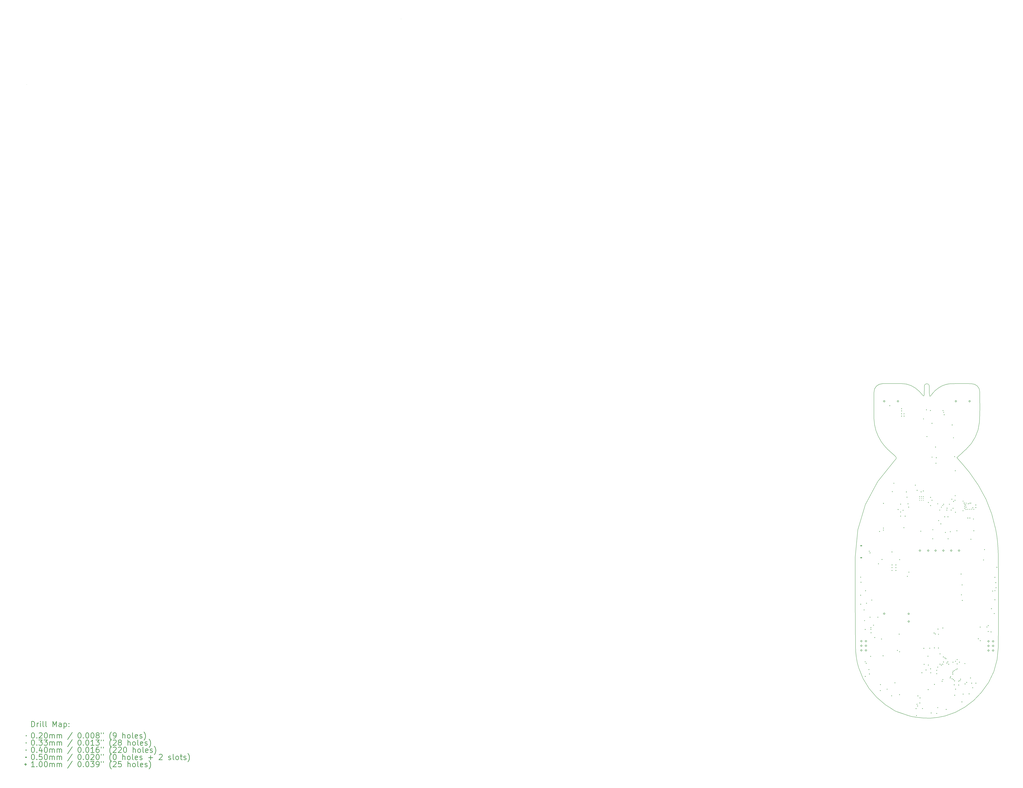
<source format=gbr>
%FSLAX45Y45*%
G04 Gerber Fmt 4.5, Leading zero omitted, Abs format (unit mm)*
G04 Created by KiCad (PCBNEW (5.1.0-0)) date 2019-05-28 12:36:04*
%MOMM*%
%LPD*%
G04 APERTURE LIST*
%ADD10C,0.200000*%
%ADD11C,0.300000*%
G04 APERTURE END LIST*
D10*
X12617964Y-21753735D02*
X12090286Y-22039172D01*
X13095782Y-21388600D02*
X12617964Y-21753735D01*
X13524708Y-20947509D02*
X13095782Y-21388600D01*
X13925508Y-20388541D02*
X13524708Y-20947509D01*
X14217343Y-19784993D02*
X13925508Y-20388541D01*
X14397006Y-19138453D02*
X14217343Y-19784993D01*
X14461291Y-18450505D02*
X14397006Y-19138453D01*
X14469058Y-17170990D02*
X14461291Y-18450505D01*
X6709145Y-11976439D02*
X7123719Y-10585186D01*
X6562811Y-13478856D02*
X6709145Y-11976439D01*
X6559148Y-14704307D02*
X6562811Y-13478856D01*
X6562760Y-15929813D02*
X6559148Y-14704307D01*
X6569460Y-17155341D02*
X6562760Y-15929813D01*
X6575061Y-18380862D02*
X6569460Y-17155341D01*
X6586155Y-18682876D02*
X6575061Y-18380862D01*
X6618236Y-18982020D02*
X6586155Y-18682876D01*
X6672211Y-19277006D02*
X6618236Y-18982020D01*
X6748990Y-19566547D02*
X6672211Y-19277006D01*
X6991788Y-20175510D02*
X6748990Y-19566547D01*
X10803457Y-4472840D02*
X10803457Y-4472840D01*
X8232332Y-21629265D02*
X8232332Y-21629265D01*
X8364798Y-21712115D02*
X8232332Y-21629265D01*
X8497263Y-21794965D02*
X8364798Y-21712115D01*
X8629729Y-21877816D02*
X8497263Y-21794965D01*
X8762194Y-21960666D02*
X8629729Y-21877816D01*
X8893529Y-22015230D02*
X8762194Y-21960666D01*
X9166618Y-22110733D02*
X8893529Y-22015230D01*
X9441925Y-22202764D02*
X9166618Y-22110733D01*
X8812681Y-8059332D02*
X8834778Y-8006090D01*
X8743703Y-8135910D02*
X8812681Y-8059332D01*
X7803062Y-9305031D02*
X8743703Y-8135910D01*
X7123719Y-10585186D02*
X7803062Y-9305031D01*
X7730843Y-4046041D02*
X7886534Y-3944652D01*
X7631946Y-4204639D02*
X7730843Y-4046041D01*
X7597037Y-4412865D02*
X7631946Y-4204639D01*
X7596270Y-4765342D02*
X7597037Y-4412865D01*
X7595831Y-5117820D02*
X7596270Y-4765342D01*
X7322109Y-20721636D02*
X6991788Y-20175510D01*
X7736706Y-21205896D02*
X7322109Y-20721636D01*
X8232332Y-21629265D02*
X7736706Y-21205896D01*
X7702871Y-6497695D02*
X7625430Y-6168044D01*
X7827701Y-6812331D02*
X7702871Y-6497695D01*
X7997666Y-7112563D02*
X7827701Y-6812331D01*
X8160052Y-7325964D02*
X7997666Y-7112563D01*
X8343466Y-7518230D02*
X8160052Y-7325964D01*
X8538143Y-7699184D02*
X8343466Y-7518230D01*
X8734320Y-7878646D02*
X8538143Y-7699184D01*
X8808992Y-7953442D02*
X8734320Y-7878646D01*
X8834778Y-8006090D02*
X8808992Y-7953442D01*
X10170007Y-4414007D02*
X10241891Y-4497729D01*
X10102836Y-4338388D02*
X10170007Y-4414007D01*
X9884619Y-4147538D02*
X10102836Y-4338388D01*
X9643452Y-4012452D02*
X9884619Y-4147538D01*
X9379454Y-3932501D02*
X9643452Y-4012452D01*
X9092747Y-3907057D02*
X9379454Y-3932501D01*
X8842517Y-3907624D02*
X9092747Y-3907057D01*
X8592282Y-3907308D02*
X8842517Y-3907624D01*
X8342048Y-3907116D02*
X8592282Y-3907308D01*
X8091823Y-3908055D02*
X8342048Y-3907116D01*
X7886534Y-3944652D02*
X8091823Y-3908055D01*
X11117059Y-22322405D02*
X10720000Y-22360000D01*
X11511781Y-22241174D02*
X11117059Y-22322405D01*
X12090286Y-22039172D02*
X11511781Y-22241174D01*
X12703547Y-8602128D02*
X12870160Y-8806568D01*
X12531022Y-8400816D02*
X12703547Y-8602128D01*
X12354630Y-8199268D02*
X12531022Y-8400816D01*
X12176419Y-7994121D02*
X12354630Y-8199268D01*
X12300561Y-7879097D02*
X12176419Y-7994121D01*
X12424856Y-7763983D02*
X12300561Y-7879097D01*
X12549160Y-7648705D02*
X12424856Y-7763983D01*
X12673327Y-7533188D02*
X12549160Y-7648705D01*
X12968238Y-7210951D02*
X12673327Y-7533188D01*
X13195264Y-6852909D02*
X12968238Y-7210951D01*
X13347587Y-6458579D02*
X13195264Y-6852909D01*
X13418390Y-6027476D02*
X13347587Y-6458579D01*
X13436263Y-5610871D02*
X13418390Y-6027476D01*
X13441789Y-5193451D02*
X13436263Y-5610871D01*
X13439912Y-4775693D02*
X13441789Y-5193451D01*
X13435576Y-4358076D02*
X13439912Y-4775693D01*
X13398667Y-4182130D02*
X13435576Y-4358076D01*
X13300954Y-4041501D02*
X13398667Y-4182130D01*
X13156618Y-3947453D02*
X13300954Y-4041501D01*
X12979841Y-3911251D02*
X13156618Y-3947453D01*
X12712244Y-3907348D02*
X12979841Y-3911251D01*
X12444602Y-3905661D02*
X12712244Y-3907348D01*
X12176956Y-3906189D02*
X12444602Y-3905661D01*
X11909350Y-3908932D02*
X12176956Y-3906189D01*
X11822727Y-3913348D02*
X11909350Y-3908932D01*
X11736042Y-3923435D02*
X11822727Y-3913348D01*
X11649838Y-3938179D02*
X11736042Y-3923435D01*
X11564659Y-3956569D02*
X11649838Y-3938179D01*
X11352930Y-4030336D02*
X11564659Y-3956569D01*
X11163795Y-4140648D02*
X11352930Y-4030336D01*
X14471941Y-15891430D02*
X14469058Y-17170990D01*
X14469268Y-14611882D02*
X14471941Y-15891430D01*
X14460369Y-13332406D02*
X14469268Y-14611882D01*
X14447931Y-12984614D02*
X14460369Y-13332406D01*
X14418256Y-12636520D02*
X14447931Y-12984614D01*
X14372850Y-12289988D02*
X14418256Y-12636520D01*
X14313218Y-11946881D02*
X14372850Y-12289988D01*
X14094884Y-11095556D02*
X14313218Y-11946881D01*
X13780436Y-10287956D02*
X14094884Y-11095556D01*
X13371615Y-9524741D02*
X13780436Y-10287956D01*
X12870160Y-8806568D02*
X13371615Y-9524741D01*
X10617243Y-3956450D02*
X10641992Y-4002115D01*
X10575943Y-3927506D02*
X10617243Y-3956450D01*
X10518066Y-3916980D02*
X10575943Y-3927506D01*
X10459914Y-3926661D02*
X10518066Y-3916980D01*
X10417463Y-3955419D02*
X10459914Y-3926661D01*
X10390456Y-4000576D02*
X10417463Y-3955419D01*
X10378635Y-4059455D02*
X10390456Y-4000576D01*
X7596144Y-5470295D02*
X7595831Y-5117820D01*
X7597633Y-5822763D02*
X7596144Y-5470295D01*
X7625430Y-6168044D02*
X7597633Y-5822763D01*
X10992528Y-4279543D02*
X11163795Y-4140648D01*
X10834404Y-4439056D02*
X10992528Y-4279543D01*
X10800306Y-4484554D02*
X10834404Y-4439056D01*
X10753518Y-4548238D02*
X10800306Y-4484554D01*
X10707671Y-4596903D02*
X10753518Y-4548238D01*
X10676394Y-4597346D02*
X10707671Y-4596903D01*
X10661352Y-4518564D02*
X10676394Y-4597346D01*
X10653551Y-4377453D02*
X10661352Y-4518564D01*
X10650627Y-4212654D02*
X10653551Y-4377453D01*
X10650216Y-4062808D02*
X10650627Y-4212654D01*
X10641992Y-4002115D02*
X10650216Y-4062808D01*
X10376649Y-4106722D02*
X10378635Y-4059455D01*
X10376359Y-4154106D02*
X10376649Y-4106722D01*
X10376842Y-4201542D02*
X10376359Y-4154106D01*
X10377175Y-4248962D02*
X10376842Y-4201542D01*
X10375607Y-4349557D02*
X10377175Y-4248962D01*
X10370153Y-4462699D02*
X10375607Y-4349557D01*
X10359437Y-4555074D02*
X10370153Y-4462699D01*
X10342079Y-4593367D02*
X10359437Y-4555074D01*
X10304059Y-4565526D02*
X10342079Y-4593367D01*
X10241891Y-4497729D02*
X10304059Y-4565526D01*
X9579912Y-22246913D02*
X9441925Y-22202764D01*
X9664449Y-22265442D02*
X9579912Y-22246913D01*
X9749522Y-22281667D02*
X9664449Y-22265442D01*
X9834917Y-22296367D02*
X9749522Y-22281667D01*
X9920420Y-22310320D02*
X9834917Y-22296367D01*
X10320992Y-22355469D02*
X9920420Y-22310320D01*
X10720000Y-22360000D02*
X10320992Y-22355469D01*
X-39178790Y12593623D02*
X-39178790Y12593623D01*
X-18509049Y16213604D02*
X-18509049Y16213604D01*
D10*
X10110000Y-10130000D02*
X10130000Y-10150000D01*
X10130000Y-10130000D02*
X10110000Y-10150000D01*
X10110000Y-10230000D02*
X10130000Y-10250000D01*
X10130000Y-10230000D02*
X10110000Y-10250000D01*
X10110000Y-10330000D02*
X10130000Y-10350000D01*
X10130000Y-10330000D02*
X10110000Y-10350000D01*
X10210000Y-10130000D02*
X10230000Y-10150000D01*
X10230000Y-10130000D02*
X10210000Y-10150000D01*
X10210000Y-10230000D02*
X10230000Y-10250000D01*
X10230000Y-10230000D02*
X10210000Y-10250000D01*
X10210000Y-10330000D02*
X10230000Y-10350000D01*
X10230000Y-10330000D02*
X10210000Y-10350000D01*
X10310000Y-10130000D02*
X10330000Y-10150000D01*
X10330000Y-10130000D02*
X10310000Y-10150000D01*
X10310000Y-10230000D02*
X10330000Y-10250000D01*
X10330000Y-10230000D02*
X10310000Y-10250000D01*
X10310000Y-10330000D02*
X10330000Y-10350000D01*
X10330000Y-10330000D02*
X10310000Y-10350000D01*
X8711510Y-9401000D02*
G75*
G03X8711510Y-9401000I-16510J0D01*
G01*
X9266090Y-11851800D02*
G75*
G03X9266090Y-11851800I-16510J0D01*
G01*
X10196510Y-12048200D02*
G75*
G03X10196510Y-12048200I-16510J0D01*
G01*
X10346510Y-5852500D02*
G75*
G03X10346510Y-5852500I-16510J0D01*
G01*
X10510510Y-5349000D02*
G75*
G03X10510510Y-5349000I-16510J0D01*
G01*
X10740510Y-10638000D02*
G75*
G03X10740510Y-10638000I-16510J0D01*
G01*
X10818510Y-7964000D02*
G75*
G03X10818510Y-7964000I-16510J0D01*
G01*
X11036510Y-8296000D02*
G75*
G03X11036510Y-8296000I-16510J0D01*
G01*
X11426510Y-5395000D02*
G75*
G03X11426510Y-5395000I-16510J0D01*
G01*
X11460510Y-5490250D02*
G75*
G03X11460510Y-5490250I-16510J0D01*
G01*
X12001510Y-6897000D02*
G75*
G03X12001510Y-6897000I-16510J0D01*
G01*
X12101510Y-8713000D02*
G75*
G03X12101510Y-8713000I-16510J0D01*
G01*
X12101510Y-10089000D02*
G75*
G03X12101510Y-10089000I-16510J0D01*
G01*
X12531510Y-10917000D02*
G75*
G03X12531510Y-10917000I-16510J0D01*
G01*
X12532870Y-10392352D02*
G75*
G03X12532870Y-10392352I-16510J0D01*
G01*
X12613332Y-10561281D02*
G75*
G03X12613332Y-10561281I-16510J0D01*
G01*
X12626510Y-10668251D02*
G75*
G03X12626510Y-10668251I-16510J0D01*
G01*
X12627810Y-10778000D02*
G75*
G03X12627810Y-10778000I-16510J0D01*
G01*
X12696610Y-10845000D02*
G75*
G03X12696610Y-10845000I-16510J0D01*
G01*
X12703110Y-10504100D02*
G75*
G03X12703110Y-10504100I-16510J0D01*
G01*
X12791510Y-10845000D02*
G75*
G03X12791510Y-10845000I-16510J0D01*
G01*
X12891587Y-10504497D02*
G75*
G03X12891587Y-10504497I-16510J0D01*
G01*
X12902510Y-10843000D02*
G75*
G03X12902510Y-10843000I-16510J0D01*
G01*
X12959759Y-10501000D02*
G75*
G03X12959759Y-10501000I-16510J0D01*
G01*
X13011510Y-10836000D02*
G75*
G03X13011510Y-10836000I-16510J0D01*
G01*
X13066510Y-10756000D02*
G75*
G03X13066510Y-10756000I-16510J0D01*
G01*
X13104890Y-11377620D02*
G75*
G03X13104890Y-11377620I-16510J0D01*
G01*
X13123510Y-10843000D02*
G75*
G03X13123510Y-10843000I-16510J0D01*
G01*
X6860530Y-15557400D02*
X6860530Y-15597400D01*
X6840530Y-15577400D02*
X6880530Y-15577400D01*
X6860550Y-14562070D02*
X6860550Y-14602070D01*
X6840550Y-14582070D02*
X6880550Y-14582070D01*
X6863090Y-16053910D02*
X6863090Y-16093910D01*
X6843090Y-16073910D02*
X6883090Y-16073910D01*
X6879190Y-14841550D02*
X6879190Y-14881550D01*
X6859190Y-14861550D02*
X6899190Y-14861550D01*
X7053380Y-16367400D02*
X7053380Y-16407400D01*
X7033380Y-16387400D02*
X7073380Y-16387400D01*
X7079190Y-16957620D02*
X7079190Y-16997620D01*
X7059190Y-16977620D02*
X7099190Y-16977620D01*
X7111060Y-19226650D02*
X7111060Y-19266650D01*
X7091060Y-19246650D02*
X7131060Y-19246650D01*
X7114000Y-17444000D02*
X7114000Y-17484000D01*
X7094000Y-17464000D02*
X7134000Y-17464000D01*
X7117500Y-20037500D02*
X7117500Y-20077500D01*
X7097500Y-20057500D02*
X7137500Y-20057500D01*
X7133000Y-15309000D02*
X7133000Y-15349000D01*
X7113000Y-15329000D02*
X7153000Y-15329000D01*
X7168680Y-19313820D02*
X7168680Y-19353820D01*
X7148680Y-19333820D02*
X7188680Y-19333820D01*
X7185690Y-15999760D02*
X7185690Y-16039760D01*
X7165690Y-16019760D02*
X7205690Y-16019760D01*
X7317500Y-19657500D02*
X7317500Y-19697500D01*
X7297500Y-19677500D02*
X7337500Y-19677500D01*
X7338000Y-13129000D02*
X7338000Y-13169000D01*
X7318000Y-13149000D02*
X7358000Y-13149000D01*
X7347500Y-19900000D02*
X7347500Y-19940000D01*
X7327500Y-19920000D02*
X7367500Y-19920000D01*
X7380000Y-13220000D02*
X7380000Y-13260000D01*
X7360000Y-13240000D02*
X7400000Y-13240000D01*
X7381000Y-16770000D02*
X7381000Y-16810000D01*
X7361000Y-16790000D02*
X7401000Y-16790000D01*
X7412500Y-18930000D02*
X7412500Y-18970000D01*
X7392500Y-18950000D02*
X7432500Y-18950000D01*
X7428917Y-17340000D02*
X7428917Y-17380000D01*
X7408917Y-17360000D02*
X7448917Y-17360000D01*
X7428917Y-17437975D02*
X7428917Y-17477975D01*
X7408917Y-17457975D02*
X7448917Y-17457975D01*
X7435000Y-17627500D02*
X7435000Y-17667500D01*
X7415000Y-17647500D02*
X7455000Y-17647500D01*
X7476518Y-15825014D02*
X7476518Y-15865014D01*
X7456518Y-15845014D02*
X7496518Y-15845014D01*
X7570342Y-17212000D02*
X7570342Y-17252000D01*
X7550342Y-17232000D02*
X7590342Y-17232000D01*
X7640000Y-17892500D02*
X7640000Y-17932500D01*
X7620000Y-17912500D02*
X7660000Y-17912500D01*
X7813000Y-16770000D02*
X7813000Y-16810000D01*
X7793000Y-16790000D02*
X7833000Y-16790000D01*
X7846000Y-13825000D02*
X7846000Y-13865000D01*
X7826000Y-13845000D02*
X7866000Y-13845000D01*
X7905482Y-12042018D02*
X7905482Y-12082018D01*
X7885482Y-12062018D02*
X7925482Y-12062018D01*
X7948017Y-20818135D02*
X7948017Y-20858135D01*
X7928017Y-20838135D02*
X7968017Y-20838135D01*
X7955101Y-20487614D02*
X7955101Y-20527614D01*
X7935101Y-20507614D02*
X7975101Y-20507614D01*
X8012000Y-17973000D02*
X8012000Y-18013000D01*
X7992000Y-17993000D02*
X8032000Y-17993000D01*
X8039379Y-13583200D02*
X8039379Y-13623200D01*
X8019379Y-13603200D02*
X8059379Y-13603200D01*
X8100000Y-18900000D02*
X8100000Y-18940000D01*
X8080000Y-18920000D02*
X8120000Y-18920000D01*
X8118905Y-11965394D02*
X8118905Y-12005394D01*
X8098905Y-11985394D02*
X8138905Y-11985394D01*
X8119802Y-11852783D02*
X8119802Y-11892783D01*
X8099802Y-11872783D02*
X8139802Y-11872783D01*
X8120850Y-10490680D02*
X8120850Y-10530680D01*
X8100850Y-10510680D02*
X8140850Y-10510680D01*
X8322500Y-20742500D02*
X8322500Y-20782500D01*
X8302500Y-20762500D02*
X8342500Y-20762500D01*
X8470000Y-5100000D02*
X8470000Y-5140000D01*
X8450000Y-5120000D02*
X8490000Y-5120000D01*
X8570000Y-21105000D02*
X8570000Y-21145000D01*
X8550000Y-21125000D02*
X8590000Y-21125000D01*
X8590000Y-13170000D02*
X8590000Y-13210000D01*
X8570000Y-13190000D02*
X8610000Y-13190000D01*
X8592500Y-14032500D02*
X8592500Y-14072500D01*
X8572500Y-14052500D02*
X8612500Y-14052500D01*
X8592500Y-14190000D02*
X8592500Y-14230000D01*
X8572500Y-14210000D02*
X8612500Y-14210000D01*
X8595000Y-13887500D02*
X8595000Y-13927500D01*
X8575000Y-13907500D02*
X8615000Y-13907500D01*
X8610000Y-9842000D02*
X8610000Y-9882000D01*
X8590000Y-9862000D02*
X8630000Y-9862000D01*
X8754900Y-20390100D02*
X8754900Y-20430100D01*
X8734900Y-20410100D02*
X8774900Y-20410100D01*
X8807500Y-13885000D02*
X8807500Y-13925000D01*
X8787500Y-13905000D02*
X8827500Y-13905000D01*
X8807500Y-14035000D02*
X8807500Y-14075000D01*
X8787500Y-14055000D02*
X8827500Y-14055000D01*
X8807500Y-14190000D02*
X8807500Y-14230000D01*
X8787500Y-14210000D02*
X8827500Y-14210000D01*
X8890481Y-18602539D02*
X8890481Y-18642539D01*
X8870481Y-18622539D02*
X8910481Y-18622539D01*
X8929744Y-10830257D02*
X8929744Y-10870257D01*
X8909744Y-10850257D02*
X8949744Y-10850257D01*
X8990000Y-17705221D02*
X8990000Y-17745221D01*
X8970000Y-17725221D02*
X9010000Y-17725221D01*
X9007621Y-21040000D02*
X9007621Y-21080000D01*
X8987621Y-21060000D02*
X9027621Y-21060000D01*
X9012000Y-18676000D02*
X9012000Y-18716000D01*
X8992000Y-18696000D02*
X9032000Y-18696000D01*
X9015000Y-13595000D02*
X9015000Y-13635000D01*
X8995000Y-13615000D02*
X9035000Y-13615000D01*
X9068800Y-10533200D02*
X9068800Y-10573200D01*
X9048800Y-10553200D02*
X9088800Y-10553200D01*
X9068800Y-10965000D02*
X9068800Y-11005000D01*
X9048800Y-10985000D02*
X9088800Y-10985000D01*
X9068800Y-11193600D02*
X9068800Y-11233600D01*
X9048800Y-11213600D02*
X9088800Y-11213600D01*
X9122500Y-5270000D02*
X9122500Y-5310000D01*
X9102500Y-5290000D02*
X9142500Y-5290000D01*
X9122500Y-5390000D02*
X9122500Y-5430000D01*
X9102500Y-5410000D02*
X9142500Y-5410000D01*
X9122500Y-5550000D02*
X9122500Y-5590000D01*
X9102500Y-5570000D02*
X9142500Y-5570000D01*
X9122500Y-5677500D02*
X9122500Y-5717500D01*
X9102500Y-5697500D02*
X9142500Y-5697500D01*
X9204150Y-10872100D02*
X9204150Y-10912100D01*
X9184150Y-10892100D02*
X9224150Y-10892100D01*
X9257500Y-5552500D02*
X9257500Y-5592500D01*
X9237500Y-5572500D02*
X9277500Y-5572500D01*
X9260000Y-5677500D02*
X9260000Y-5717500D01*
X9240000Y-5697500D02*
X9280000Y-5697500D01*
X9319000Y-11196000D02*
X9319000Y-11236000D01*
X9299000Y-11216000D02*
X9339000Y-11216000D01*
X9386379Y-9860000D02*
X9386379Y-9900000D01*
X9366379Y-9880000D02*
X9406379Y-9880000D01*
X9421620Y-10150000D02*
X9421620Y-10190000D01*
X9401620Y-10170000D02*
X9441620Y-10170000D01*
X9440000Y-14515000D02*
X9440000Y-14555000D01*
X9420000Y-14535000D02*
X9460000Y-14535000D01*
X9478000Y-10514000D02*
X9478000Y-10554000D01*
X9458000Y-10534000D02*
X9498000Y-10534000D01*
X9510000Y-10697000D02*
X9510000Y-10737000D01*
X9490000Y-10717000D02*
X9530000Y-10717000D01*
X9525000Y-14285000D02*
X9525000Y-14325000D01*
X9505000Y-14305000D02*
X9545000Y-14305000D01*
X9880000Y-9488103D02*
X9880000Y-9528103D01*
X9860000Y-9508103D02*
X9900000Y-9508103D01*
X9920934Y-21812601D02*
X9920934Y-21852601D01*
X9900934Y-21832601D02*
X9940934Y-21832601D01*
X9940000Y-22195000D02*
X9940000Y-22235000D01*
X9920000Y-22215000D02*
X9960000Y-22215000D01*
X9973179Y-21573179D02*
X9973179Y-21613179D01*
X9953179Y-21593179D02*
X9993179Y-21593179D01*
X9980000Y-9771379D02*
X9980000Y-9811379D01*
X9960000Y-9791379D02*
X10000000Y-9791379D01*
X10006341Y-21666341D02*
X10006341Y-21706341D01*
X9986341Y-21686341D02*
X10026341Y-21686341D01*
X10020800Y-21110000D02*
X10020800Y-21150000D01*
X10000800Y-21130000D02*
X10040800Y-21130000D01*
X10129256Y-21502379D02*
X10129256Y-21542379D01*
X10109256Y-21522379D02*
X10149256Y-21522379D01*
X10140000Y-21220000D02*
X10140000Y-21260000D01*
X10120000Y-21240000D02*
X10160000Y-21240000D01*
X10201000Y-9857000D02*
X10201000Y-9897000D01*
X10181000Y-9877000D02*
X10221000Y-9877000D01*
X10243000Y-19834000D02*
X10243000Y-19874000D01*
X10223000Y-19854000D02*
X10263000Y-19854000D01*
X10275200Y-21807710D02*
X10275200Y-21847710D01*
X10255200Y-21827710D02*
X10295200Y-21827710D01*
X10324020Y-9804040D02*
X10324020Y-9844040D01*
X10304020Y-9824040D02*
X10344020Y-9824040D01*
X10350000Y-18488000D02*
X10350000Y-18528000D01*
X10330000Y-18508000D02*
X10370000Y-18508000D01*
X10365000Y-19370000D02*
X10365000Y-19410000D01*
X10345000Y-19390000D02*
X10385000Y-19390000D01*
X10470000Y-19680000D02*
X10470000Y-19720000D01*
X10450000Y-19700000D02*
X10490000Y-19700000D01*
X10522500Y-6805000D02*
X10522500Y-6845000D01*
X10502500Y-6825000D02*
X10542500Y-6825000D01*
X10576689Y-18921368D02*
X10576689Y-18961368D01*
X10556689Y-18941368D02*
X10596689Y-18941368D01*
X10590000Y-20765000D02*
X10590000Y-20805000D01*
X10570000Y-20785000D02*
X10610000Y-20785000D01*
X10600000Y-10440000D02*
X10600000Y-10480000D01*
X10580000Y-10460000D02*
X10620000Y-10460000D01*
X10600000Y-19410000D02*
X10600000Y-19450000D01*
X10580000Y-19430000D02*
X10620000Y-19430000D01*
X10675000Y-18480000D02*
X10675000Y-18520000D01*
X10655000Y-18500000D02*
X10695000Y-18500000D01*
X10713842Y-5367594D02*
X10713842Y-5407594D01*
X10693842Y-5387594D02*
X10733842Y-5387594D01*
X10720000Y-10160000D02*
X10720000Y-10200000D01*
X10700000Y-10180000D02*
X10740000Y-10180000D01*
X10720024Y-19618535D02*
X10720024Y-19658535D01*
X10700024Y-19638535D02*
X10740024Y-19638535D01*
X10730000Y-19835000D02*
X10730000Y-19875000D01*
X10710000Y-19855000D02*
X10750000Y-19855000D01*
X10755980Y-22052530D02*
X10755980Y-22092530D01*
X10735980Y-22072530D02*
X10775980Y-22072530D01*
X10800000Y-10320000D02*
X10800000Y-10360000D01*
X10780000Y-10340000D02*
X10820000Y-10340000D01*
X10801000Y-6074000D02*
X10801000Y-6114000D01*
X10781000Y-6094000D02*
X10821000Y-6094000D01*
X10840000Y-12445000D02*
X10840000Y-12485000D01*
X10820000Y-12465000D02*
X10860000Y-12465000D01*
X10845000Y-11945000D02*
X10845000Y-11985000D01*
X10825000Y-11965000D02*
X10865000Y-11965000D01*
X10915000Y-17640000D02*
X10915000Y-17680000D01*
X10895000Y-17660000D02*
X10935000Y-17660000D01*
X10933000Y-18461000D02*
X10933000Y-18501000D01*
X10913000Y-18481000D02*
X10953000Y-18481000D01*
X10935000Y-20477500D02*
X10935000Y-20517500D01*
X10915000Y-20497500D02*
X10955000Y-20497500D01*
X10977380Y-17697620D02*
X10977380Y-17737620D01*
X10957380Y-17717620D02*
X10997380Y-17717620D01*
X10995000Y-7383000D02*
X10995000Y-7423000D01*
X10975000Y-7403000D02*
X11015000Y-7403000D01*
X11037500Y-7972500D02*
X11037500Y-8012500D01*
X11017500Y-7992500D02*
X11057500Y-7992500D01*
X11059279Y-19700768D02*
X11059279Y-19740768D01*
X11039279Y-19720768D02*
X11079279Y-19720768D01*
X11060000Y-19886491D02*
X11060000Y-19926491D01*
X11040000Y-19906491D02*
X11080000Y-19906491D01*
X11060000Y-22080000D02*
X11060000Y-22120000D01*
X11040000Y-22100000D02*
X11080000Y-22100000D01*
X11116200Y-10513700D02*
X11116200Y-10553700D01*
X11096200Y-10533700D02*
X11136200Y-10533700D01*
X11116229Y-21758302D02*
X11116229Y-21798302D01*
X11096229Y-21778302D02*
X11136229Y-21778302D01*
X11116900Y-19523616D02*
X11116900Y-19563616D01*
X11096900Y-19543616D02*
X11136900Y-19543616D01*
X11130000Y-17425000D02*
X11130000Y-17465000D01*
X11110000Y-17445000D02*
X11150000Y-17445000D01*
X11155782Y-18470967D02*
X11155782Y-18510967D01*
X11135782Y-18490967D02*
X11175782Y-18490967D01*
X11160000Y-17710000D02*
X11160000Y-17750000D01*
X11140000Y-17730000D02*
X11180000Y-17730000D01*
X11168000Y-11438620D02*
X11168000Y-11478620D01*
X11148000Y-11458620D02*
X11188000Y-11458620D01*
X11225620Y-10860000D02*
X11225620Y-10900000D01*
X11205620Y-10880000D02*
X11245620Y-10880000D01*
X11241237Y-19361475D02*
X11241237Y-19401475D01*
X11221237Y-19381475D02*
X11261237Y-19381475D01*
X11243000Y-18793000D02*
X11243000Y-18833000D01*
X11223000Y-18813000D02*
X11263000Y-18813000D01*
X11290000Y-11620000D02*
X11290000Y-11660000D01*
X11270000Y-11640000D02*
X11310000Y-11640000D01*
X11313682Y-19415242D02*
X11313682Y-19455242D01*
X11293682Y-19435242D02*
X11333682Y-19435242D01*
X11320000Y-10700021D02*
X11320000Y-10740021D01*
X11300000Y-10720021D02*
X11340000Y-10720021D01*
X11361000Y-20303000D02*
X11361000Y-20343000D01*
X11341000Y-20323000D02*
X11381000Y-20323000D01*
X11392947Y-19357621D02*
X11392947Y-19397621D01*
X11372947Y-19377621D02*
X11412947Y-19377621D01*
X11395600Y-10606600D02*
X11395600Y-10646600D01*
X11375600Y-10626600D02*
X11415600Y-10626600D01*
X11400000Y-17367380D02*
X11400000Y-17407380D01*
X11380000Y-17387380D02*
X11420000Y-17387380D01*
X11400000Y-20208000D02*
X11400000Y-20248000D01*
X11380000Y-20228000D02*
X11420000Y-20228000D01*
X11427139Y-18960000D02*
X11427139Y-19000000D01*
X11407139Y-18980000D02*
X11447139Y-18980000D01*
X11435205Y-19240242D02*
X11435205Y-19280242D01*
X11415205Y-19260242D02*
X11455205Y-19260242D01*
X11440000Y-10540000D02*
X11440000Y-10580000D01*
X11420000Y-10560000D02*
X11460000Y-10560000D01*
X11476000Y-5601000D02*
X11476000Y-5641000D01*
X11456000Y-5621000D02*
X11496000Y-5621000D01*
X11499000Y-11230000D02*
X11499000Y-11270000D01*
X11479000Y-11250000D02*
X11519000Y-11250000D01*
X11515117Y-19013102D02*
X11515117Y-19053102D01*
X11495117Y-19033102D02*
X11535117Y-19033102D01*
X11540000Y-12095000D02*
X11540000Y-12135000D01*
X11520000Y-12115000D02*
X11560000Y-12115000D01*
X11567500Y-19059537D02*
X11567500Y-19099537D01*
X11547500Y-19079537D02*
X11587500Y-19079537D01*
X11584481Y-21855378D02*
X11584481Y-21895378D01*
X11564481Y-21875378D02*
X11604481Y-21875378D01*
X11620021Y-10860000D02*
X11620021Y-10900000D01*
X11600021Y-10880000D02*
X11640021Y-10880000D01*
X11623374Y-19300000D02*
X11623374Y-19340000D01*
X11603374Y-19320000D02*
X11643374Y-19320000D01*
X11632000Y-10757661D02*
X11632000Y-10797661D01*
X11612000Y-10777661D02*
X11652000Y-10777661D01*
X11672000Y-19233000D02*
X11672000Y-19273000D01*
X11652000Y-19253000D02*
X11692000Y-19253000D01*
X11680000Y-11230000D02*
X11680000Y-11270000D01*
X11660000Y-11250000D02*
X11700000Y-11250000D01*
X11690000Y-12445000D02*
X11690000Y-12485000D01*
X11670000Y-12465000D02*
X11710000Y-12465000D01*
X11720000Y-19365000D02*
X11720000Y-19405000D01*
X11700000Y-19385000D02*
X11740000Y-19385000D01*
X11760021Y-10540000D02*
X11760021Y-10580000D01*
X11740021Y-10560000D02*
X11780021Y-10560000D01*
X11804000Y-20119000D02*
X11804000Y-20159000D01*
X11784000Y-20139000D02*
X11824000Y-20139000D01*
X11811000Y-12051861D02*
X11811000Y-12091861D01*
X11791000Y-12071861D02*
X11831000Y-12071861D01*
X11825000Y-20051000D02*
X11825000Y-20091000D01*
X11805000Y-20071000D02*
X11845000Y-20071000D01*
X11860000Y-10860000D02*
X11860000Y-10900000D01*
X11840000Y-10880000D02*
X11880000Y-10880000D01*
X11895000Y-10263000D02*
X11895000Y-10303000D01*
X11875000Y-10283000D02*
X11915000Y-10283000D01*
X11908750Y-20164950D02*
X11908750Y-20204950D01*
X11888750Y-20184950D02*
X11928750Y-20184950D01*
X11914000Y-6166000D02*
X11914000Y-6206000D01*
X11894000Y-6186000D02*
X11934000Y-6186000D01*
X11944645Y-19833390D02*
X11944645Y-19873390D01*
X11924645Y-19853390D02*
X11964645Y-19853390D01*
X11949241Y-19913259D02*
X11949241Y-19953259D01*
X11929241Y-19933259D02*
X11969241Y-19933259D01*
X11958750Y-19251250D02*
X11958750Y-19291250D01*
X11938750Y-19271250D02*
X11978750Y-19271250D01*
X11964400Y-10761800D02*
X11964400Y-10801800D01*
X11944400Y-10781800D02*
X11984400Y-10781800D01*
X11965918Y-19756269D02*
X11965918Y-19796269D01*
X11945918Y-19776269D02*
X11985918Y-19776269D01*
X11982500Y-20210000D02*
X11982500Y-20250000D01*
X11962500Y-20230000D02*
X12002500Y-20230000D01*
X11992500Y-10385000D02*
X11992500Y-10425000D01*
X11972500Y-10405000D02*
X12012500Y-10405000D01*
X12029113Y-20500000D02*
X12029113Y-20540000D01*
X12009113Y-20520000D02*
X12049113Y-20520000D01*
X12031996Y-19711170D02*
X12031996Y-19751170D01*
X12011996Y-19731170D02*
X12051996Y-19731170D01*
X12044194Y-20282706D02*
X12044194Y-20322706D01*
X12024194Y-20302706D02*
X12064194Y-20302706D01*
X12048000Y-7911000D02*
X12048000Y-7951000D01*
X12028000Y-7931000D02*
X12068000Y-7931000D01*
X12054169Y-21074513D02*
X12054169Y-21114513D01*
X12034169Y-21094513D02*
X12074169Y-21094513D01*
X12072000Y-10319300D02*
X12072000Y-10359300D01*
X12052000Y-10339300D02*
X12092000Y-10339300D01*
X12095000Y-10980000D02*
X12095000Y-11020000D01*
X12075000Y-11000000D02*
X12115000Y-11000000D01*
X12100000Y-19200000D02*
X12100000Y-19240000D01*
X12080000Y-19220000D02*
X12120000Y-19220000D01*
X12101814Y-20740186D02*
X12101814Y-20780186D01*
X12081814Y-20760186D02*
X12121814Y-20760186D01*
X12121426Y-19665650D02*
X12121426Y-19705650D01*
X12101426Y-19685650D02*
X12141426Y-19685650D01*
X12176000Y-12000000D02*
X12176000Y-12040000D01*
X12156000Y-12020000D02*
X12196000Y-12020000D01*
X12187188Y-19620092D02*
X12187188Y-19660092D01*
X12167188Y-19640092D02*
X12207188Y-19640092D01*
X12189242Y-19344758D02*
X12189242Y-19384758D01*
X12169242Y-19364758D02*
X12209242Y-19364758D01*
X12190000Y-19107138D02*
X12190000Y-19147138D01*
X12170000Y-19127138D02*
X12210000Y-19127138D01*
X12273000Y-20511000D02*
X12273000Y-20551000D01*
X12253000Y-20531000D02*
X12293000Y-20531000D01*
X12277000Y-20298000D02*
X12277000Y-20338000D01*
X12257000Y-20318000D02*
X12297000Y-20318000D01*
X12315000Y-19250000D02*
X12315000Y-19290000D01*
X12295000Y-19270000D02*
X12335000Y-19270000D01*
X12341727Y-20265552D02*
X12341727Y-20305552D01*
X12321727Y-20285552D02*
X12361727Y-20285552D01*
X12374386Y-20188296D02*
X12374386Y-20228296D01*
X12354386Y-20208296D02*
X12394386Y-20208296D01*
X12405630Y-14390000D02*
X12405630Y-14430000D01*
X12385630Y-14410000D02*
X12425630Y-14410000D01*
X12425000Y-15535000D02*
X12425000Y-15575000D01*
X12405000Y-15555000D02*
X12445000Y-15555000D01*
X12451287Y-21442158D02*
X12451287Y-21482158D01*
X12431287Y-21462158D02*
X12471287Y-21462158D01*
X12463250Y-14986750D02*
X12463250Y-15026750D01*
X12443250Y-15006750D02*
X12483250Y-15006750D01*
X12475000Y-15845000D02*
X12475000Y-15885000D01*
X12455000Y-15865000D02*
X12495000Y-15865000D01*
X12521000Y-21012000D02*
X12521000Y-21052000D01*
X12501000Y-21032000D02*
X12541000Y-21032000D01*
X12577179Y-10469800D02*
X12577179Y-10509800D01*
X12557179Y-10489800D02*
X12597179Y-10489800D01*
X12616000Y-19328000D02*
X12616000Y-19368000D01*
X12596000Y-19348000D02*
X12636000Y-19348000D01*
X12626032Y-20452174D02*
X12626032Y-20492174D01*
X12606032Y-20472174D02*
X12646032Y-20472174D01*
X12660028Y-10580017D02*
X12660028Y-10620017D01*
X12640028Y-10600017D02*
X12680028Y-10600017D01*
X12680000Y-10700000D02*
X12680000Y-10740000D01*
X12660000Y-10720000D02*
X12700000Y-10720000D01*
X12715000Y-20367000D02*
X12715000Y-20407000D01*
X12695000Y-20387000D02*
X12735000Y-20387000D01*
X12780000Y-11300000D02*
X12780000Y-11340000D01*
X12760000Y-11320000D02*
X12800000Y-11320000D01*
X12803727Y-10512336D02*
X12803727Y-10552336D01*
X12783727Y-10532336D02*
X12823727Y-10532336D01*
X12850000Y-20997500D02*
X12850000Y-21037500D01*
X12830000Y-21017500D02*
X12870000Y-21017500D01*
X12890000Y-11300000D02*
X12890000Y-11340000D01*
X12870000Y-11320000D02*
X12910000Y-11320000D01*
X12926000Y-20122000D02*
X12926000Y-20162000D01*
X12906000Y-20142000D02*
X12946000Y-20142000D01*
X12948000Y-12470000D02*
X12948000Y-12510000D01*
X12928000Y-12490000D02*
X12968000Y-12490000D01*
X12992000Y-20408000D02*
X12992000Y-20448000D01*
X12972000Y-20428000D02*
X13012000Y-20428000D01*
X13047500Y-20660000D02*
X13047500Y-20700000D01*
X13027500Y-20680000D02*
X13067500Y-20680000D01*
X13107621Y-12001192D02*
X13107621Y-12041192D01*
X13087621Y-12021192D02*
X13127621Y-12021192D01*
X13220000Y-10580000D02*
X13220000Y-10620000D01*
X13200000Y-10600000D02*
X13240000Y-10600000D01*
X13220000Y-10720000D02*
X13220000Y-10760000D01*
X13200000Y-10740000D02*
X13240000Y-10740000D01*
X13223657Y-20407657D02*
X13223657Y-20447657D01*
X13203657Y-20427657D02*
X13243657Y-20427657D01*
X13359110Y-17958740D02*
X13359110Y-17998740D01*
X13339110Y-17978740D02*
X13379110Y-17978740D01*
X13463000Y-17315000D02*
X13463000Y-17355000D01*
X13443000Y-17335000D02*
X13483000Y-17335000D01*
X13468000Y-18066000D02*
X13468000Y-18106000D01*
X13448000Y-18086000D02*
X13488000Y-18086000D01*
X13647000Y-13612000D02*
X13647000Y-13652000D01*
X13627000Y-13632000D02*
X13667000Y-13632000D01*
X13700000Y-13040000D02*
X13700000Y-13080000D01*
X13680000Y-13060000D02*
X13720000Y-13060000D01*
X13834000Y-17310000D02*
X13834000Y-17350000D01*
X13814000Y-17330000D02*
X13854000Y-17330000D01*
X13905905Y-17558095D02*
X13905905Y-17598095D01*
X13885905Y-17578095D02*
X13925905Y-17578095D01*
X13906064Y-17230116D02*
X13906064Y-17270116D01*
X13886064Y-17250116D02*
X13926064Y-17250116D01*
X14060000Y-17580000D02*
X14060000Y-17620000D01*
X14040000Y-17600000D02*
X14080000Y-17600000D01*
X14082450Y-16298870D02*
X14082450Y-16338870D01*
X14062450Y-16318870D02*
X14102450Y-16318870D01*
X14148038Y-15329308D02*
X14148038Y-15369308D01*
X14128038Y-15349308D02*
X14168038Y-15349308D01*
X14238000Y-16567000D02*
X14238000Y-16607000D01*
X14218000Y-16587000D02*
X14258000Y-16587000D01*
X14272830Y-14571000D02*
X14272830Y-14611000D01*
X14252830Y-14591000D02*
X14292830Y-14591000D01*
X14272830Y-15808940D02*
X14272830Y-15848940D01*
X14252830Y-15828940D02*
X14292830Y-15828940D01*
X14275330Y-15305530D02*
X14275330Y-15345530D01*
X14255330Y-15325530D02*
X14295330Y-15325530D01*
X14320451Y-14862039D02*
X14320451Y-14902039D01*
X14300451Y-14882039D02*
X14340451Y-14882039D01*
X14334456Y-15142891D02*
X14334456Y-15182891D01*
X14314456Y-15162891D02*
X14354456Y-15162891D01*
X14383000Y-14016000D02*
X14383000Y-14056000D01*
X14363000Y-14036000D02*
X14403000Y-14036000D01*
X6910678Y-12867678D02*
X6910678Y-12832322D01*
X6875322Y-12832322D01*
X6875322Y-12867678D01*
X6910678Y-12867678D01*
X6858000Y-12865000D02*
X6928000Y-12865000D01*
X6858000Y-12835000D02*
X6928000Y-12835000D01*
X6928000Y-12865000D02*
G75*
G03X6928000Y-12835000I0J15000D01*
G01*
X6858000Y-12835000D02*
G75*
G03X6858000Y-12865000I0J-15000D01*
G01*
X6910678Y-13527678D02*
X6910678Y-13492322D01*
X6875322Y-13492322D01*
X6875322Y-13527678D01*
X6910678Y-13527678D01*
X6858000Y-13525000D02*
X6928000Y-13525000D01*
X6858000Y-13495000D02*
X6928000Y-13495000D01*
X6928000Y-13525000D02*
G75*
G03X6928000Y-13495000I0J15000D01*
G01*
X6858000Y-13495000D02*
G75*
G03X6858000Y-13525000I0J-15000D01*
G01*
X9513000Y-16652000D02*
X9563000Y-16602000D01*
X9513000Y-16552000D01*
X9463000Y-16602000D01*
X9513000Y-16652000D01*
X11862800Y-13168600D02*
X11912800Y-13118600D01*
X11862800Y-13068600D01*
X11812800Y-13118600D01*
X11862800Y-13168600D01*
X11431000Y-13168600D02*
X11481000Y-13118600D01*
X11431000Y-13068600D01*
X11381000Y-13118600D01*
X11431000Y-13168600D01*
X10135600Y-13168600D02*
X10185600Y-13118600D01*
X10135600Y-13068600D01*
X10085600Y-13118600D01*
X10135600Y-13168600D01*
X9517000Y-17075000D02*
X9567000Y-17025000D01*
X9517000Y-16975000D01*
X9467000Y-17025000D01*
X9517000Y-17075000D01*
X13917000Y-18167000D02*
X13967000Y-18117000D01*
X13917000Y-18067000D01*
X13867000Y-18117000D01*
X13917000Y-18167000D01*
X13917000Y-18421000D02*
X13967000Y-18371000D01*
X13917000Y-18321000D01*
X13867000Y-18371000D01*
X13917000Y-18421000D01*
X13917000Y-18675000D02*
X13967000Y-18625000D01*
X13917000Y-18575000D01*
X13867000Y-18625000D01*
X13917000Y-18675000D01*
X8920000Y-4925000D02*
X8970000Y-4875000D01*
X8920000Y-4825000D01*
X8870000Y-4875000D01*
X8920000Y-4925000D01*
X6902500Y-18164500D02*
X6952500Y-18114500D01*
X6902500Y-18064500D01*
X6852500Y-18114500D01*
X6902500Y-18164500D01*
X6902500Y-18418500D02*
X6952500Y-18368500D01*
X6902500Y-18318500D01*
X6852500Y-18368500D01*
X6902500Y-18418500D01*
X6902500Y-18672500D02*
X6952500Y-18622500D01*
X6902500Y-18572500D01*
X6852500Y-18622500D01*
X6902500Y-18672500D01*
X7156500Y-18164500D02*
X7206500Y-18114500D01*
X7156500Y-18064500D01*
X7106500Y-18114500D01*
X7156500Y-18164500D01*
X7156500Y-18418500D02*
X7206500Y-18368500D01*
X7156500Y-18318500D01*
X7106500Y-18368500D01*
X7156500Y-18418500D01*
X7156500Y-18672500D02*
X7206500Y-18622500D01*
X7156500Y-18572500D01*
X7106500Y-18622500D01*
X7156500Y-18672500D01*
X12120000Y-4925000D02*
X12170000Y-4875000D01*
X12120000Y-4825000D01*
X12070000Y-4875000D01*
X12120000Y-4925000D01*
X12880000Y-4925000D02*
X12930000Y-4875000D01*
X12880000Y-4825000D01*
X12830000Y-4875000D01*
X12880000Y-4925000D01*
X10592800Y-13168600D02*
X10642800Y-13118600D01*
X10592800Y-13068600D01*
X10542800Y-13118600D01*
X10592800Y-13168600D01*
X14171000Y-18167000D02*
X14221000Y-18117000D01*
X14171000Y-18067000D01*
X14121000Y-18117000D01*
X14171000Y-18167000D01*
X14171000Y-18421000D02*
X14221000Y-18371000D01*
X14171000Y-18321000D01*
X14121000Y-18371000D01*
X14171000Y-18421000D01*
X14171000Y-18675000D02*
X14221000Y-18625000D01*
X14171000Y-18575000D01*
X14121000Y-18625000D01*
X14171000Y-18675000D01*
X12294600Y-13168600D02*
X12344600Y-13118600D01*
X12294600Y-13068600D01*
X12244600Y-13118600D01*
X12294600Y-13168600D01*
X8160000Y-4925000D02*
X8210000Y-4875000D01*
X8160000Y-4825000D01*
X8110000Y-4875000D01*
X8160000Y-4925000D01*
X8164000Y-16644000D02*
X8214000Y-16594000D01*
X8164000Y-16544000D01*
X8114000Y-16594000D01*
X8164000Y-16644000D01*
X10999200Y-13168600D02*
X11049200Y-13118600D01*
X10999200Y-13068600D01*
X10949200Y-13118600D01*
X10999200Y-13168600D01*
D11*
X-38902361Y-22835714D02*
X-38902361Y-22535714D01*
X-38830933Y-22535714D01*
X-38788076Y-22550000D01*
X-38759504Y-22578571D01*
X-38745218Y-22607143D01*
X-38730933Y-22664286D01*
X-38730933Y-22707143D01*
X-38745218Y-22764286D01*
X-38759504Y-22792857D01*
X-38788076Y-22821429D01*
X-38830933Y-22835714D01*
X-38902361Y-22835714D01*
X-38602361Y-22835714D02*
X-38602361Y-22635714D01*
X-38602361Y-22692857D02*
X-38588076Y-22664286D01*
X-38573790Y-22650000D01*
X-38545218Y-22635714D01*
X-38516647Y-22635714D01*
X-38416647Y-22835714D02*
X-38416647Y-22635714D01*
X-38416647Y-22535714D02*
X-38430933Y-22550000D01*
X-38416647Y-22564286D01*
X-38402361Y-22550000D01*
X-38416647Y-22535714D01*
X-38416647Y-22564286D01*
X-38230933Y-22835714D02*
X-38259504Y-22821429D01*
X-38273790Y-22792857D01*
X-38273790Y-22535714D01*
X-38073790Y-22835714D02*
X-38102361Y-22821429D01*
X-38116647Y-22792857D01*
X-38116647Y-22535714D01*
X-37730933Y-22835714D02*
X-37730933Y-22535714D01*
X-37630933Y-22750000D01*
X-37530933Y-22535714D01*
X-37530933Y-22835714D01*
X-37259504Y-22835714D02*
X-37259504Y-22678571D01*
X-37273790Y-22650000D01*
X-37302361Y-22635714D01*
X-37359504Y-22635714D01*
X-37388076Y-22650000D01*
X-37259504Y-22821429D02*
X-37288076Y-22835714D01*
X-37359504Y-22835714D01*
X-37388076Y-22821429D01*
X-37402361Y-22792857D01*
X-37402361Y-22764286D01*
X-37388076Y-22735714D01*
X-37359504Y-22721429D01*
X-37288076Y-22721429D01*
X-37259504Y-22707143D01*
X-37116647Y-22635714D02*
X-37116647Y-22935714D01*
X-37116647Y-22650000D02*
X-37088076Y-22635714D01*
X-37030933Y-22635714D01*
X-37002361Y-22650000D01*
X-36988076Y-22664286D01*
X-36973790Y-22692857D01*
X-36973790Y-22778571D01*
X-36988076Y-22807143D01*
X-37002361Y-22821429D01*
X-37030933Y-22835714D01*
X-37088076Y-22835714D01*
X-37116647Y-22821429D01*
X-36845218Y-22807143D02*
X-36830933Y-22821429D01*
X-36845218Y-22835714D01*
X-36859504Y-22821429D01*
X-36845218Y-22807143D01*
X-36845218Y-22835714D01*
X-36845218Y-22650000D02*
X-36830933Y-22664286D01*
X-36845218Y-22678571D01*
X-36859504Y-22664286D01*
X-36845218Y-22650000D01*
X-36845218Y-22678571D01*
X-39208790Y-23320000D02*
X-39188790Y-23340000D01*
X-39188790Y-23320000D02*
X-39208790Y-23340000D01*
X-38845218Y-23165714D02*
X-38816647Y-23165714D01*
X-38788076Y-23180000D01*
X-38773790Y-23194286D01*
X-38759504Y-23222857D01*
X-38745218Y-23280000D01*
X-38745218Y-23351429D01*
X-38759504Y-23408571D01*
X-38773790Y-23437143D01*
X-38788076Y-23451429D01*
X-38816647Y-23465714D01*
X-38845218Y-23465714D01*
X-38873790Y-23451429D01*
X-38888076Y-23437143D01*
X-38902361Y-23408571D01*
X-38916647Y-23351429D01*
X-38916647Y-23280000D01*
X-38902361Y-23222857D01*
X-38888076Y-23194286D01*
X-38873790Y-23180000D01*
X-38845218Y-23165714D01*
X-38616647Y-23437143D02*
X-38602361Y-23451429D01*
X-38616647Y-23465714D01*
X-38630933Y-23451429D01*
X-38616647Y-23437143D01*
X-38616647Y-23465714D01*
X-38488076Y-23194286D02*
X-38473790Y-23180000D01*
X-38445218Y-23165714D01*
X-38373790Y-23165714D01*
X-38345218Y-23180000D01*
X-38330933Y-23194286D01*
X-38316647Y-23222857D01*
X-38316647Y-23251429D01*
X-38330933Y-23294286D01*
X-38502361Y-23465714D01*
X-38316647Y-23465714D01*
X-38130933Y-23165714D02*
X-38102361Y-23165714D01*
X-38073790Y-23180000D01*
X-38059504Y-23194286D01*
X-38045218Y-23222857D01*
X-38030933Y-23280000D01*
X-38030933Y-23351429D01*
X-38045218Y-23408571D01*
X-38059504Y-23437143D01*
X-38073790Y-23451429D01*
X-38102361Y-23465714D01*
X-38130933Y-23465714D01*
X-38159504Y-23451429D01*
X-38173790Y-23437143D01*
X-38188076Y-23408571D01*
X-38202361Y-23351429D01*
X-38202361Y-23280000D01*
X-38188076Y-23222857D01*
X-38173790Y-23194286D01*
X-38159504Y-23180000D01*
X-38130933Y-23165714D01*
X-37902361Y-23465714D02*
X-37902361Y-23265714D01*
X-37902361Y-23294286D02*
X-37888076Y-23280000D01*
X-37859504Y-23265714D01*
X-37816647Y-23265714D01*
X-37788076Y-23280000D01*
X-37773790Y-23308571D01*
X-37773790Y-23465714D01*
X-37773790Y-23308571D02*
X-37759504Y-23280000D01*
X-37730933Y-23265714D01*
X-37688076Y-23265714D01*
X-37659504Y-23280000D01*
X-37645218Y-23308571D01*
X-37645218Y-23465714D01*
X-37502361Y-23465714D02*
X-37502361Y-23265714D01*
X-37502361Y-23294286D02*
X-37488076Y-23280000D01*
X-37459504Y-23265714D01*
X-37416647Y-23265714D01*
X-37388076Y-23280000D01*
X-37373790Y-23308571D01*
X-37373790Y-23465714D01*
X-37373790Y-23308571D02*
X-37359504Y-23280000D01*
X-37330933Y-23265714D01*
X-37288076Y-23265714D01*
X-37259504Y-23280000D01*
X-37245218Y-23308571D01*
X-37245218Y-23465714D01*
X-36659504Y-23151429D02*
X-36916647Y-23537143D01*
X-36273790Y-23165714D02*
X-36245218Y-23165714D01*
X-36216647Y-23180000D01*
X-36202361Y-23194286D01*
X-36188076Y-23222857D01*
X-36173790Y-23280000D01*
X-36173790Y-23351429D01*
X-36188076Y-23408571D01*
X-36202361Y-23437143D01*
X-36216647Y-23451429D01*
X-36245218Y-23465714D01*
X-36273790Y-23465714D01*
X-36302361Y-23451429D01*
X-36316647Y-23437143D01*
X-36330933Y-23408571D01*
X-36345218Y-23351429D01*
X-36345218Y-23280000D01*
X-36330933Y-23222857D01*
X-36316647Y-23194286D01*
X-36302361Y-23180000D01*
X-36273790Y-23165714D01*
X-36045218Y-23437143D02*
X-36030933Y-23451429D01*
X-36045218Y-23465714D01*
X-36059504Y-23451429D01*
X-36045218Y-23437143D01*
X-36045218Y-23465714D01*
X-35845218Y-23165714D02*
X-35816647Y-23165714D01*
X-35788076Y-23180000D01*
X-35773790Y-23194286D01*
X-35759504Y-23222857D01*
X-35745218Y-23280000D01*
X-35745218Y-23351429D01*
X-35759504Y-23408571D01*
X-35773790Y-23437143D01*
X-35788076Y-23451429D01*
X-35816647Y-23465714D01*
X-35845218Y-23465714D01*
X-35873790Y-23451429D01*
X-35888076Y-23437143D01*
X-35902361Y-23408571D01*
X-35916647Y-23351429D01*
X-35916647Y-23280000D01*
X-35902361Y-23222857D01*
X-35888076Y-23194286D01*
X-35873790Y-23180000D01*
X-35845218Y-23165714D01*
X-35559504Y-23165714D02*
X-35530933Y-23165714D01*
X-35502361Y-23180000D01*
X-35488076Y-23194286D01*
X-35473790Y-23222857D01*
X-35459504Y-23280000D01*
X-35459504Y-23351429D01*
X-35473790Y-23408571D01*
X-35488076Y-23437143D01*
X-35502361Y-23451429D01*
X-35530933Y-23465714D01*
X-35559504Y-23465714D01*
X-35588076Y-23451429D01*
X-35602361Y-23437143D01*
X-35616647Y-23408571D01*
X-35630933Y-23351429D01*
X-35630933Y-23280000D01*
X-35616647Y-23222857D01*
X-35602361Y-23194286D01*
X-35588076Y-23180000D01*
X-35559504Y-23165714D01*
X-35288076Y-23294286D02*
X-35316647Y-23280000D01*
X-35330933Y-23265714D01*
X-35345218Y-23237143D01*
X-35345218Y-23222857D01*
X-35330933Y-23194286D01*
X-35316647Y-23180000D01*
X-35288076Y-23165714D01*
X-35230933Y-23165714D01*
X-35202361Y-23180000D01*
X-35188076Y-23194286D01*
X-35173790Y-23222857D01*
X-35173790Y-23237143D01*
X-35188076Y-23265714D01*
X-35202361Y-23280000D01*
X-35230933Y-23294286D01*
X-35288076Y-23294286D01*
X-35316647Y-23308571D01*
X-35330933Y-23322857D01*
X-35345218Y-23351429D01*
X-35345218Y-23408571D01*
X-35330933Y-23437143D01*
X-35316647Y-23451429D01*
X-35288076Y-23465714D01*
X-35230933Y-23465714D01*
X-35202361Y-23451429D01*
X-35188076Y-23437143D01*
X-35173790Y-23408571D01*
X-35173790Y-23351429D01*
X-35188076Y-23322857D01*
X-35202361Y-23308571D01*
X-35230933Y-23294286D01*
X-35059504Y-23165714D02*
X-35059504Y-23222857D01*
X-34945218Y-23165714D02*
X-34945218Y-23222857D01*
X-34502361Y-23580000D02*
X-34516647Y-23565714D01*
X-34545218Y-23522857D01*
X-34559504Y-23494286D01*
X-34573790Y-23451429D01*
X-34588076Y-23380000D01*
X-34588076Y-23322857D01*
X-34573790Y-23251429D01*
X-34559504Y-23208571D01*
X-34545218Y-23180000D01*
X-34516647Y-23137143D01*
X-34502361Y-23122857D01*
X-34373790Y-23465714D02*
X-34316647Y-23465714D01*
X-34288076Y-23451429D01*
X-34273790Y-23437143D01*
X-34245218Y-23394286D01*
X-34230933Y-23337143D01*
X-34230933Y-23222857D01*
X-34245218Y-23194286D01*
X-34259504Y-23180000D01*
X-34288076Y-23165714D01*
X-34345218Y-23165714D01*
X-34373790Y-23180000D01*
X-34388076Y-23194286D01*
X-34402361Y-23222857D01*
X-34402361Y-23294286D01*
X-34388076Y-23322857D01*
X-34373790Y-23337143D01*
X-34345218Y-23351429D01*
X-34288076Y-23351429D01*
X-34259504Y-23337143D01*
X-34245218Y-23322857D01*
X-34230933Y-23294286D01*
X-33873790Y-23465714D02*
X-33873790Y-23165714D01*
X-33745218Y-23465714D02*
X-33745218Y-23308571D01*
X-33759504Y-23280000D01*
X-33788076Y-23265714D01*
X-33830933Y-23265714D01*
X-33859504Y-23280000D01*
X-33873790Y-23294286D01*
X-33559504Y-23465714D02*
X-33588076Y-23451429D01*
X-33602361Y-23437143D01*
X-33616647Y-23408571D01*
X-33616647Y-23322857D01*
X-33602361Y-23294286D01*
X-33588076Y-23280000D01*
X-33559504Y-23265714D01*
X-33516647Y-23265714D01*
X-33488076Y-23280000D01*
X-33473790Y-23294286D01*
X-33459504Y-23322857D01*
X-33459504Y-23408571D01*
X-33473790Y-23437143D01*
X-33488076Y-23451429D01*
X-33516647Y-23465714D01*
X-33559504Y-23465714D01*
X-33288076Y-23465714D02*
X-33316647Y-23451429D01*
X-33330933Y-23422857D01*
X-33330933Y-23165714D01*
X-33059504Y-23451429D02*
X-33088076Y-23465714D01*
X-33145218Y-23465714D01*
X-33173790Y-23451429D01*
X-33188076Y-23422857D01*
X-33188076Y-23308571D01*
X-33173790Y-23280000D01*
X-33145218Y-23265714D01*
X-33088076Y-23265714D01*
X-33059504Y-23280000D01*
X-33045218Y-23308571D01*
X-33045218Y-23337143D01*
X-33188076Y-23365714D01*
X-32930933Y-23451429D02*
X-32902361Y-23465714D01*
X-32845218Y-23465714D01*
X-32816647Y-23451429D01*
X-32802361Y-23422857D01*
X-32802361Y-23408571D01*
X-32816647Y-23380000D01*
X-32845218Y-23365714D01*
X-32888076Y-23365714D01*
X-32916647Y-23351429D01*
X-32930933Y-23322857D01*
X-32930933Y-23308571D01*
X-32916647Y-23280000D01*
X-32888076Y-23265714D01*
X-32845218Y-23265714D01*
X-32816647Y-23280000D01*
X-32702361Y-23580000D02*
X-32688076Y-23565714D01*
X-32659504Y-23522857D01*
X-32645218Y-23494286D01*
X-32630933Y-23451429D01*
X-32616647Y-23380000D01*
X-32616647Y-23322857D01*
X-32630933Y-23251429D01*
X-32645218Y-23208571D01*
X-32659504Y-23180000D01*
X-32688076Y-23137143D01*
X-32702361Y-23122857D01*
X-39188790Y-23726000D02*
G75*
G03X-39188790Y-23726000I-16510J0D01*
G01*
X-38845218Y-23561714D02*
X-38816647Y-23561714D01*
X-38788076Y-23576000D01*
X-38773790Y-23590286D01*
X-38759504Y-23618857D01*
X-38745218Y-23676000D01*
X-38745218Y-23747429D01*
X-38759504Y-23804571D01*
X-38773790Y-23833143D01*
X-38788076Y-23847429D01*
X-38816647Y-23861714D01*
X-38845218Y-23861714D01*
X-38873790Y-23847429D01*
X-38888076Y-23833143D01*
X-38902361Y-23804571D01*
X-38916647Y-23747429D01*
X-38916647Y-23676000D01*
X-38902361Y-23618857D01*
X-38888076Y-23590286D01*
X-38873790Y-23576000D01*
X-38845218Y-23561714D01*
X-38616647Y-23833143D02*
X-38602361Y-23847429D01*
X-38616647Y-23861714D01*
X-38630933Y-23847429D01*
X-38616647Y-23833143D01*
X-38616647Y-23861714D01*
X-38502361Y-23561714D02*
X-38316647Y-23561714D01*
X-38416647Y-23676000D01*
X-38373790Y-23676000D01*
X-38345218Y-23690286D01*
X-38330933Y-23704571D01*
X-38316647Y-23733143D01*
X-38316647Y-23804571D01*
X-38330933Y-23833143D01*
X-38345218Y-23847429D01*
X-38373790Y-23861714D01*
X-38459504Y-23861714D01*
X-38488076Y-23847429D01*
X-38502361Y-23833143D01*
X-38216647Y-23561714D02*
X-38030933Y-23561714D01*
X-38130933Y-23676000D01*
X-38088076Y-23676000D01*
X-38059504Y-23690286D01*
X-38045218Y-23704571D01*
X-38030933Y-23733143D01*
X-38030933Y-23804571D01*
X-38045218Y-23833143D01*
X-38059504Y-23847429D01*
X-38088076Y-23861714D01*
X-38173790Y-23861714D01*
X-38202361Y-23847429D01*
X-38216647Y-23833143D01*
X-37902361Y-23861714D02*
X-37902361Y-23661714D01*
X-37902361Y-23690286D02*
X-37888076Y-23676000D01*
X-37859504Y-23661714D01*
X-37816647Y-23661714D01*
X-37788076Y-23676000D01*
X-37773790Y-23704571D01*
X-37773790Y-23861714D01*
X-37773790Y-23704571D02*
X-37759504Y-23676000D01*
X-37730933Y-23661714D01*
X-37688076Y-23661714D01*
X-37659504Y-23676000D01*
X-37645218Y-23704571D01*
X-37645218Y-23861714D01*
X-37502361Y-23861714D02*
X-37502361Y-23661714D01*
X-37502361Y-23690286D02*
X-37488076Y-23676000D01*
X-37459504Y-23661714D01*
X-37416647Y-23661714D01*
X-37388076Y-23676000D01*
X-37373790Y-23704571D01*
X-37373790Y-23861714D01*
X-37373790Y-23704571D02*
X-37359504Y-23676000D01*
X-37330933Y-23661714D01*
X-37288076Y-23661714D01*
X-37259504Y-23676000D01*
X-37245218Y-23704571D01*
X-37245218Y-23861714D01*
X-36659504Y-23547429D02*
X-36916647Y-23933143D01*
X-36273790Y-23561714D02*
X-36245218Y-23561714D01*
X-36216647Y-23576000D01*
X-36202361Y-23590286D01*
X-36188076Y-23618857D01*
X-36173790Y-23676000D01*
X-36173790Y-23747429D01*
X-36188076Y-23804571D01*
X-36202361Y-23833143D01*
X-36216647Y-23847429D01*
X-36245218Y-23861714D01*
X-36273790Y-23861714D01*
X-36302361Y-23847429D01*
X-36316647Y-23833143D01*
X-36330933Y-23804571D01*
X-36345218Y-23747429D01*
X-36345218Y-23676000D01*
X-36330933Y-23618857D01*
X-36316647Y-23590286D01*
X-36302361Y-23576000D01*
X-36273790Y-23561714D01*
X-36045218Y-23833143D02*
X-36030933Y-23847429D01*
X-36045218Y-23861714D01*
X-36059504Y-23847429D01*
X-36045218Y-23833143D01*
X-36045218Y-23861714D01*
X-35845218Y-23561714D02*
X-35816647Y-23561714D01*
X-35788076Y-23576000D01*
X-35773790Y-23590286D01*
X-35759504Y-23618857D01*
X-35745218Y-23676000D01*
X-35745218Y-23747429D01*
X-35759504Y-23804571D01*
X-35773790Y-23833143D01*
X-35788076Y-23847429D01*
X-35816647Y-23861714D01*
X-35845218Y-23861714D01*
X-35873790Y-23847429D01*
X-35888076Y-23833143D01*
X-35902361Y-23804571D01*
X-35916647Y-23747429D01*
X-35916647Y-23676000D01*
X-35902361Y-23618857D01*
X-35888076Y-23590286D01*
X-35873790Y-23576000D01*
X-35845218Y-23561714D01*
X-35459504Y-23861714D02*
X-35630933Y-23861714D01*
X-35545218Y-23861714D02*
X-35545218Y-23561714D01*
X-35573790Y-23604571D01*
X-35602361Y-23633143D01*
X-35630933Y-23647429D01*
X-35359504Y-23561714D02*
X-35173790Y-23561714D01*
X-35273790Y-23676000D01*
X-35230933Y-23676000D01*
X-35202361Y-23690286D01*
X-35188076Y-23704571D01*
X-35173790Y-23733143D01*
X-35173790Y-23804571D01*
X-35188076Y-23833143D01*
X-35202361Y-23847429D01*
X-35230933Y-23861714D01*
X-35316647Y-23861714D01*
X-35345218Y-23847429D01*
X-35359504Y-23833143D01*
X-35059504Y-23561714D02*
X-35059504Y-23618857D01*
X-34945218Y-23561714D02*
X-34945218Y-23618857D01*
X-34502361Y-23976000D02*
X-34516647Y-23961714D01*
X-34545218Y-23918857D01*
X-34559504Y-23890286D01*
X-34573790Y-23847429D01*
X-34588076Y-23776000D01*
X-34588076Y-23718857D01*
X-34573790Y-23647429D01*
X-34559504Y-23604571D01*
X-34545218Y-23576000D01*
X-34516647Y-23533143D01*
X-34502361Y-23518857D01*
X-34402361Y-23590286D02*
X-34388076Y-23576000D01*
X-34359504Y-23561714D01*
X-34288076Y-23561714D01*
X-34259504Y-23576000D01*
X-34245218Y-23590286D01*
X-34230933Y-23618857D01*
X-34230933Y-23647429D01*
X-34245218Y-23690286D01*
X-34416647Y-23861714D01*
X-34230933Y-23861714D01*
X-34059504Y-23690286D02*
X-34088076Y-23676000D01*
X-34102361Y-23661714D01*
X-34116647Y-23633143D01*
X-34116647Y-23618857D01*
X-34102361Y-23590286D01*
X-34088076Y-23576000D01*
X-34059504Y-23561714D01*
X-34002361Y-23561714D01*
X-33973790Y-23576000D01*
X-33959504Y-23590286D01*
X-33945218Y-23618857D01*
X-33945218Y-23633143D01*
X-33959504Y-23661714D01*
X-33973790Y-23676000D01*
X-34002361Y-23690286D01*
X-34059504Y-23690286D01*
X-34088076Y-23704571D01*
X-34102361Y-23718857D01*
X-34116647Y-23747429D01*
X-34116647Y-23804571D01*
X-34102361Y-23833143D01*
X-34088076Y-23847429D01*
X-34059504Y-23861714D01*
X-34002361Y-23861714D01*
X-33973790Y-23847429D01*
X-33959504Y-23833143D01*
X-33945218Y-23804571D01*
X-33945218Y-23747429D01*
X-33959504Y-23718857D01*
X-33973790Y-23704571D01*
X-34002361Y-23690286D01*
X-33588076Y-23861714D02*
X-33588076Y-23561714D01*
X-33459504Y-23861714D02*
X-33459504Y-23704571D01*
X-33473790Y-23676000D01*
X-33502361Y-23661714D01*
X-33545218Y-23661714D01*
X-33573790Y-23676000D01*
X-33588076Y-23690286D01*
X-33273790Y-23861714D02*
X-33302361Y-23847429D01*
X-33316647Y-23833143D01*
X-33330933Y-23804571D01*
X-33330933Y-23718857D01*
X-33316647Y-23690286D01*
X-33302361Y-23676000D01*
X-33273790Y-23661714D01*
X-33230933Y-23661714D01*
X-33202361Y-23676000D01*
X-33188076Y-23690286D01*
X-33173790Y-23718857D01*
X-33173790Y-23804571D01*
X-33188076Y-23833143D01*
X-33202361Y-23847429D01*
X-33230933Y-23861714D01*
X-33273790Y-23861714D01*
X-33002361Y-23861714D02*
X-33030933Y-23847429D01*
X-33045218Y-23818857D01*
X-33045218Y-23561714D01*
X-32773790Y-23847429D02*
X-32802361Y-23861714D01*
X-32859504Y-23861714D01*
X-32888076Y-23847429D01*
X-32902361Y-23818857D01*
X-32902361Y-23704571D01*
X-32888076Y-23676000D01*
X-32859504Y-23661714D01*
X-32802361Y-23661714D01*
X-32773790Y-23676000D01*
X-32759504Y-23704571D01*
X-32759504Y-23733143D01*
X-32902361Y-23761714D01*
X-32645218Y-23847429D02*
X-32616647Y-23861714D01*
X-32559504Y-23861714D01*
X-32530933Y-23847429D01*
X-32516647Y-23818857D01*
X-32516647Y-23804571D01*
X-32530933Y-23776000D01*
X-32559504Y-23761714D01*
X-32602361Y-23761714D01*
X-32630933Y-23747429D01*
X-32645218Y-23718857D01*
X-32645218Y-23704571D01*
X-32630933Y-23676000D01*
X-32602361Y-23661714D01*
X-32559504Y-23661714D01*
X-32530933Y-23676000D01*
X-32416647Y-23976000D02*
X-32402361Y-23961714D01*
X-32373790Y-23918857D01*
X-32359504Y-23890286D01*
X-32345218Y-23847429D01*
X-32330933Y-23776000D01*
X-32330933Y-23718857D01*
X-32345218Y-23647429D01*
X-32359504Y-23604571D01*
X-32373790Y-23576000D01*
X-32402361Y-23533143D01*
X-32416647Y-23518857D01*
X-39208790Y-24102000D02*
X-39208790Y-24142000D01*
X-39228790Y-24122000D02*
X-39188790Y-24122000D01*
X-38845218Y-23957714D02*
X-38816647Y-23957714D01*
X-38788076Y-23972000D01*
X-38773790Y-23986286D01*
X-38759504Y-24014857D01*
X-38745218Y-24072000D01*
X-38745218Y-24143429D01*
X-38759504Y-24200571D01*
X-38773790Y-24229143D01*
X-38788076Y-24243429D01*
X-38816647Y-24257714D01*
X-38845218Y-24257714D01*
X-38873790Y-24243429D01*
X-38888076Y-24229143D01*
X-38902361Y-24200571D01*
X-38916647Y-24143429D01*
X-38916647Y-24072000D01*
X-38902361Y-24014857D01*
X-38888076Y-23986286D01*
X-38873790Y-23972000D01*
X-38845218Y-23957714D01*
X-38616647Y-24229143D02*
X-38602361Y-24243429D01*
X-38616647Y-24257714D01*
X-38630933Y-24243429D01*
X-38616647Y-24229143D01*
X-38616647Y-24257714D01*
X-38345218Y-24057714D02*
X-38345218Y-24257714D01*
X-38416647Y-23943429D02*
X-38488076Y-24157714D01*
X-38302361Y-24157714D01*
X-38130933Y-23957714D02*
X-38102361Y-23957714D01*
X-38073790Y-23972000D01*
X-38059504Y-23986286D01*
X-38045218Y-24014857D01*
X-38030933Y-24072000D01*
X-38030933Y-24143429D01*
X-38045218Y-24200571D01*
X-38059504Y-24229143D01*
X-38073790Y-24243429D01*
X-38102361Y-24257714D01*
X-38130933Y-24257714D01*
X-38159504Y-24243429D01*
X-38173790Y-24229143D01*
X-38188076Y-24200571D01*
X-38202361Y-24143429D01*
X-38202361Y-24072000D01*
X-38188076Y-24014857D01*
X-38173790Y-23986286D01*
X-38159504Y-23972000D01*
X-38130933Y-23957714D01*
X-37902361Y-24257714D02*
X-37902361Y-24057714D01*
X-37902361Y-24086286D02*
X-37888076Y-24072000D01*
X-37859504Y-24057714D01*
X-37816647Y-24057714D01*
X-37788076Y-24072000D01*
X-37773790Y-24100571D01*
X-37773790Y-24257714D01*
X-37773790Y-24100571D02*
X-37759504Y-24072000D01*
X-37730933Y-24057714D01*
X-37688076Y-24057714D01*
X-37659504Y-24072000D01*
X-37645218Y-24100571D01*
X-37645218Y-24257714D01*
X-37502361Y-24257714D02*
X-37502361Y-24057714D01*
X-37502361Y-24086286D02*
X-37488076Y-24072000D01*
X-37459504Y-24057714D01*
X-37416647Y-24057714D01*
X-37388076Y-24072000D01*
X-37373790Y-24100571D01*
X-37373790Y-24257714D01*
X-37373790Y-24100571D02*
X-37359504Y-24072000D01*
X-37330933Y-24057714D01*
X-37288076Y-24057714D01*
X-37259504Y-24072000D01*
X-37245218Y-24100571D01*
X-37245218Y-24257714D01*
X-36659504Y-23943429D02*
X-36916647Y-24329143D01*
X-36273790Y-23957714D02*
X-36245218Y-23957714D01*
X-36216647Y-23972000D01*
X-36202361Y-23986286D01*
X-36188076Y-24014857D01*
X-36173790Y-24072000D01*
X-36173790Y-24143429D01*
X-36188076Y-24200571D01*
X-36202361Y-24229143D01*
X-36216647Y-24243429D01*
X-36245218Y-24257714D01*
X-36273790Y-24257714D01*
X-36302361Y-24243429D01*
X-36316647Y-24229143D01*
X-36330933Y-24200571D01*
X-36345218Y-24143429D01*
X-36345218Y-24072000D01*
X-36330933Y-24014857D01*
X-36316647Y-23986286D01*
X-36302361Y-23972000D01*
X-36273790Y-23957714D01*
X-36045218Y-24229143D02*
X-36030933Y-24243429D01*
X-36045218Y-24257714D01*
X-36059504Y-24243429D01*
X-36045218Y-24229143D01*
X-36045218Y-24257714D01*
X-35845218Y-23957714D02*
X-35816647Y-23957714D01*
X-35788076Y-23972000D01*
X-35773790Y-23986286D01*
X-35759504Y-24014857D01*
X-35745218Y-24072000D01*
X-35745218Y-24143429D01*
X-35759504Y-24200571D01*
X-35773790Y-24229143D01*
X-35788076Y-24243429D01*
X-35816647Y-24257714D01*
X-35845218Y-24257714D01*
X-35873790Y-24243429D01*
X-35888076Y-24229143D01*
X-35902361Y-24200571D01*
X-35916647Y-24143429D01*
X-35916647Y-24072000D01*
X-35902361Y-24014857D01*
X-35888076Y-23986286D01*
X-35873790Y-23972000D01*
X-35845218Y-23957714D01*
X-35459504Y-24257714D02*
X-35630933Y-24257714D01*
X-35545218Y-24257714D02*
X-35545218Y-23957714D01*
X-35573790Y-24000571D01*
X-35602361Y-24029143D01*
X-35630933Y-24043429D01*
X-35202361Y-23957714D02*
X-35259504Y-23957714D01*
X-35288076Y-23972000D01*
X-35302361Y-23986286D01*
X-35330933Y-24029143D01*
X-35345218Y-24086286D01*
X-35345218Y-24200571D01*
X-35330933Y-24229143D01*
X-35316647Y-24243429D01*
X-35288076Y-24257714D01*
X-35230933Y-24257714D01*
X-35202361Y-24243429D01*
X-35188076Y-24229143D01*
X-35173790Y-24200571D01*
X-35173790Y-24129143D01*
X-35188076Y-24100571D01*
X-35202361Y-24086286D01*
X-35230933Y-24072000D01*
X-35288076Y-24072000D01*
X-35316647Y-24086286D01*
X-35330933Y-24100571D01*
X-35345218Y-24129143D01*
X-35059504Y-23957714D02*
X-35059504Y-24014857D01*
X-34945218Y-23957714D02*
X-34945218Y-24014857D01*
X-34502361Y-24372000D02*
X-34516647Y-24357714D01*
X-34545218Y-24314857D01*
X-34559504Y-24286286D01*
X-34573790Y-24243429D01*
X-34588076Y-24172000D01*
X-34588076Y-24114857D01*
X-34573790Y-24043429D01*
X-34559504Y-24000571D01*
X-34545218Y-23972000D01*
X-34516647Y-23929143D01*
X-34502361Y-23914857D01*
X-34402361Y-23986286D02*
X-34388076Y-23972000D01*
X-34359504Y-23957714D01*
X-34288076Y-23957714D01*
X-34259504Y-23972000D01*
X-34245218Y-23986286D01*
X-34230933Y-24014857D01*
X-34230933Y-24043429D01*
X-34245218Y-24086286D01*
X-34416647Y-24257714D01*
X-34230933Y-24257714D01*
X-34116647Y-23986286D02*
X-34102361Y-23972000D01*
X-34073790Y-23957714D01*
X-34002361Y-23957714D01*
X-33973790Y-23972000D01*
X-33959504Y-23986286D01*
X-33945218Y-24014857D01*
X-33945218Y-24043429D01*
X-33959504Y-24086286D01*
X-34130933Y-24257714D01*
X-33945218Y-24257714D01*
X-33759504Y-23957714D02*
X-33730933Y-23957714D01*
X-33702361Y-23972000D01*
X-33688076Y-23986286D01*
X-33673790Y-24014857D01*
X-33659504Y-24072000D01*
X-33659504Y-24143429D01*
X-33673790Y-24200571D01*
X-33688076Y-24229143D01*
X-33702361Y-24243429D01*
X-33730933Y-24257714D01*
X-33759504Y-24257714D01*
X-33788076Y-24243429D01*
X-33802361Y-24229143D01*
X-33816647Y-24200571D01*
X-33830933Y-24143429D01*
X-33830933Y-24072000D01*
X-33816647Y-24014857D01*
X-33802361Y-23986286D01*
X-33788076Y-23972000D01*
X-33759504Y-23957714D01*
X-33302361Y-24257714D02*
X-33302361Y-23957714D01*
X-33173790Y-24257714D02*
X-33173790Y-24100571D01*
X-33188076Y-24072000D01*
X-33216647Y-24057714D01*
X-33259504Y-24057714D01*
X-33288076Y-24072000D01*
X-33302361Y-24086286D01*
X-32988076Y-24257714D02*
X-33016647Y-24243429D01*
X-33030933Y-24229143D01*
X-33045218Y-24200571D01*
X-33045218Y-24114857D01*
X-33030933Y-24086286D01*
X-33016647Y-24072000D01*
X-32988076Y-24057714D01*
X-32945218Y-24057714D01*
X-32916647Y-24072000D01*
X-32902361Y-24086286D01*
X-32888076Y-24114857D01*
X-32888076Y-24200571D01*
X-32902361Y-24229143D01*
X-32916647Y-24243429D01*
X-32945218Y-24257714D01*
X-32988076Y-24257714D01*
X-32716647Y-24257714D02*
X-32745218Y-24243429D01*
X-32759504Y-24214857D01*
X-32759504Y-23957714D01*
X-32488076Y-24243429D02*
X-32516647Y-24257714D01*
X-32573790Y-24257714D01*
X-32602361Y-24243429D01*
X-32616647Y-24214857D01*
X-32616647Y-24100571D01*
X-32602361Y-24072000D01*
X-32573790Y-24057714D01*
X-32516647Y-24057714D01*
X-32488076Y-24072000D01*
X-32473790Y-24100571D01*
X-32473790Y-24129143D01*
X-32616647Y-24157714D01*
X-32359504Y-24243429D02*
X-32330933Y-24257714D01*
X-32273790Y-24257714D01*
X-32245218Y-24243429D01*
X-32230933Y-24214857D01*
X-32230933Y-24200571D01*
X-32245218Y-24172000D01*
X-32273790Y-24157714D01*
X-32316647Y-24157714D01*
X-32345218Y-24143429D01*
X-32359504Y-24114857D01*
X-32359504Y-24100571D01*
X-32345218Y-24072000D01*
X-32316647Y-24057714D01*
X-32273790Y-24057714D01*
X-32245218Y-24072000D01*
X-32130933Y-24372000D02*
X-32116647Y-24357714D01*
X-32088076Y-24314857D01*
X-32073790Y-24286286D01*
X-32059504Y-24243429D01*
X-32045218Y-24172000D01*
X-32045218Y-24114857D01*
X-32059504Y-24043429D01*
X-32073790Y-24000571D01*
X-32088076Y-23972000D01*
X-32116647Y-23929143D01*
X-32130933Y-23914857D01*
X-39196112Y-24535678D02*
X-39196112Y-24500322D01*
X-39231468Y-24500322D01*
X-39231468Y-24535678D01*
X-39196112Y-24535678D01*
X-38845218Y-24353714D02*
X-38816647Y-24353714D01*
X-38788076Y-24368000D01*
X-38773790Y-24382286D01*
X-38759504Y-24410857D01*
X-38745218Y-24468000D01*
X-38745218Y-24539429D01*
X-38759504Y-24596571D01*
X-38773790Y-24625143D01*
X-38788076Y-24639429D01*
X-38816647Y-24653714D01*
X-38845218Y-24653714D01*
X-38873790Y-24639429D01*
X-38888076Y-24625143D01*
X-38902361Y-24596571D01*
X-38916647Y-24539429D01*
X-38916647Y-24468000D01*
X-38902361Y-24410857D01*
X-38888076Y-24382286D01*
X-38873790Y-24368000D01*
X-38845218Y-24353714D01*
X-38616647Y-24625143D02*
X-38602361Y-24639429D01*
X-38616647Y-24653714D01*
X-38630933Y-24639429D01*
X-38616647Y-24625143D01*
X-38616647Y-24653714D01*
X-38330933Y-24353714D02*
X-38473790Y-24353714D01*
X-38488076Y-24496571D01*
X-38473790Y-24482286D01*
X-38445218Y-24468000D01*
X-38373790Y-24468000D01*
X-38345218Y-24482286D01*
X-38330933Y-24496571D01*
X-38316647Y-24525143D01*
X-38316647Y-24596571D01*
X-38330933Y-24625143D01*
X-38345218Y-24639429D01*
X-38373790Y-24653714D01*
X-38445218Y-24653714D01*
X-38473790Y-24639429D01*
X-38488076Y-24625143D01*
X-38130933Y-24353714D02*
X-38102361Y-24353714D01*
X-38073790Y-24368000D01*
X-38059504Y-24382286D01*
X-38045218Y-24410857D01*
X-38030933Y-24468000D01*
X-38030933Y-24539429D01*
X-38045218Y-24596571D01*
X-38059504Y-24625143D01*
X-38073790Y-24639429D01*
X-38102361Y-24653714D01*
X-38130933Y-24653714D01*
X-38159504Y-24639429D01*
X-38173790Y-24625143D01*
X-38188076Y-24596571D01*
X-38202361Y-24539429D01*
X-38202361Y-24468000D01*
X-38188076Y-24410857D01*
X-38173790Y-24382286D01*
X-38159504Y-24368000D01*
X-38130933Y-24353714D01*
X-37902361Y-24653714D02*
X-37902361Y-24453714D01*
X-37902361Y-24482286D02*
X-37888076Y-24468000D01*
X-37859504Y-24453714D01*
X-37816647Y-24453714D01*
X-37788076Y-24468000D01*
X-37773790Y-24496571D01*
X-37773790Y-24653714D01*
X-37773790Y-24496571D02*
X-37759504Y-24468000D01*
X-37730933Y-24453714D01*
X-37688076Y-24453714D01*
X-37659504Y-24468000D01*
X-37645218Y-24496571D01*
X-37645218Y-24653714D01*
X-37502361Y-24653714D02*
X-37502361Y-24453714D01*
X-37502361Y-24482286D02*
X-37488076Y-24468000D01*
X-37459504Y-24453714D01*
X-37416647Y-24453714D01*
X-37388076Y-24468000D01*
X-37373790Y-24496571D01*
X-37373790Y-24653714D01*
X-37373790Y-24496571D02*
X-37359504Y-24468000D01*
X-37330933Y-24453714D01*
X-37288076Y-24453714D01*
X-37259504Y-24468000D01*
X-37245218Y-24496571D01*
X-37245218Y-24653714D01*
X-36659504Y-24339429D02*
X-36916647Y-24725143D01*
X-36273790Y-24353714D02*
X-36245218Y-24353714D01*
X-36216647Y-24368000D01*
X-36202361Y-24382286D01*
X-36188076Y-24410857D01*
X-36173790Y-24468000D01*
X-36173790Y-24539429D01*
X-36188076Y-24596571D01*
X-36202361Y-24625143D01*
X-36216647Y-24639429D01*
X-36245218Y-24653714D01*
X-36273790Y-24653714D01*
X-36302361Y-24639429D01*
X-36316647Y-24625143D01*
X-36330933Y-24596571D01*
X-36345218Y-24539429D01*
X-36345218Y-24468000D01*
X-36330933Y-24410857D01*
X-36316647Y-24382286D01*
X-36302361Y-24368000D01*
X-36273790Y-24353714D01*
X-36045218Y-24625143D02*
X-36030933Y-24639429D01*
X-36045218Y-24653714D01*
X-36059504Y-24639429D01*
X-36045218Y-24625143D01*
X-36045218Y-24653714D01*
X-35845218Y-24353714D02*
X-35816647Y-24353714D01*
X-35788076Y-24368000D01*
X-35773790Y-24382286D01*
X-35759504Y-24410857D01*
X-35745218Y-24468000D01*
X-35745218Y-24539429D01*
X-35759504Y-24596571D01*
X-35773790Y-24625143D01*
X-35788076Y-24639429D01*
X-35816647Y-24653714D01*
X-35845218Y-24653714D01*
X-35873790Y-24639429D01*
X-35888076Y-24625143D01*
X-35902361Y-24596571D01*
X-35916647Y-24539429D01*
X-35916647Y-24468000D01*
X-35902361Y-24410857D01*
X-35888076Y-24382286D01*
X-35873790Y-24368000D01*
X-35845218Y-24353714D01*
X-35630933Y-24382286D02*
X-35616647Y-24368000D01*
X-35588076Y-24353714D01*
X-35516647Y-24353714D01*
X-35488076Y-24368000D01*
X-35473790Y-24382286D01*
X-35459504Y-24410857D01*
X-35459504Y-24439429D01*
X-35473790Y-24482286D01*
X-35645218Y-24653714D01*
X-35459504Y-24653714D01*
X-35273790Y-24353714D02*
X-35245218Y-24353714D01*
X-35216647Y-24368000D01*
X-35202361Y-24382286D01*
X-35188076Y-24410857D01*
X-35173790Y-24468000D01*
X-35173790Y-24539429D01*
X-35188076Y-24596571D01*
X-35202361Y-24625143D01*
X-35216647Y-24639429D01*
X-35245218Y-24653714D01*
X-35273790Y-24653714D01*
X-35302361Y-24639429D01*
X-35316647Y-24625143D01*
X-35330933Y-24596571D01*
X-35345218Y-24539429D01*
X-35345218Y-24468000D01*
X-35330933Y-24410857D01*
X-35316647Y-24382286D01*
X-35302361Y-24368000D01*
X-35273790Y-24353714D01*
X-35059504Y-24353714D02*
X-35059504Y-24410857D01*
X-34945218Y-24353714D02*
X-34945218Y-24410857D01*
X-34502361Y-24768000D02*
X-34516647Y-24753714D01*
X-34545218Y-24710857D01*
X-34559504Y-24682286D01*
X-34573790Y-24639429D01*
X-34588076Y-24568000D01*
X-34588076Y-24510857D01*
X-34573790Y-24439429D01*
X-34559504Y-24396571D01*
X-34545218Y-24368000D01*
X-34516647Y-24325143D01*
X-34502361Y-24310857D01*
X-34330933Y-24353714D02*
X-34302361Y-24353714D01*
X-34273790Y-24368000D01*
X-34259504Y-24382286D01*
X-34245218Y-24410857D01*
X-34230933Y-24468000D01*
X-34230933Y-24539429D01*
X-34245218Y-24596571D01*
X-34259504Y-24625143D01*
X-34273790Y-24639429D01*
X-34302361Y-24653714D01*
X-34330933Y-24653714D01*
X-34359504Y-24639429D01*
X-34373790Y-24625143D01*
X-34388076Y-24596571D01*
X-34402361Y-24539429D01*
X-34402361Y-24468000D01*
X-34388076Y-24410857D01*
X-34373790Y-24382286D01*
X-34359504Y-24368000D01*
X-34330933Y-24353714D01*
X-33873790Y-24653714D02*
X-33873790Y-24353714D01*
X-33745218Y-24653714D02*
X-33745218Y-24496571D01*
X-33759504Y-24468000D01*
X-33788076Y-24453714D01*
X-33830933Y-24453714D01*
X-33859504Y-24468000D01*
X-33873790Y-24482286D01*
X-33559504Y-24653714D02*
X-33588076Y-24639429D01*
X-33602361Y-24625143D01*
X-33616647Y-24596571D01*
X-33616647Y-24510857D01*
X-33602361Y-24482286D01*
X-33588076Y-24468000D01*
X-33559504Y-24453714D01*
X-33516647Y-24453714D01*
X-33488076Y-24468000D01*
X-33473790Y-24482286D01*
X-33459504Y-24510857D01*
X-33459504Y-24596571D01*
X-33473790Y-24625143D01*
X-33488076Y-24639429D01*
X-33516647Y-24653714D01*
X-33559504Y-24653714D01*
X-33288076Y-24653714D02*
X-33316647Y-24639429D01*
X-33330933Y-24610857D01*
X-33330933Y-24353714D01*
X-33059504Y-24639429D02*
X-33088076Y-24653714D01*
X-33145218Y-24653714D01*
X-33173790Y-24639429D01*
X-33188076Y-24610857D01*
X-33188076Y-24496571D01*
X-33173790Y-24468000D01*
X-33145218Y-24453714D01*
X-33088076Y-24453714D01*
X-33059504Y-24468000D01*
X-33045218Y-24496571D01*
X-33045218Y-24525143D01*
X-33188076Y-24553714D01*
X-32930933Y-24639429D02*
X-32902361Y-24653714D01*
X-32845218Y-24653714D01*
X-32816647Y-24639429D01*
X-32802361Y-24610857D01*
X-32802361Y-24596571D01*
X-32816647Y-24568000D01*
X-32845218Y-24553714D01*
X-32888076Y-24553714D01*
X-32916647Y-24539429D01*
X-32930933Y-24510857D01*
X-32930933Y-24496571D01*
X-32916647Y-24468000D01*
X-32888076Y-24453714D01*
X-32845218Y-24453714D01*
X-32816647Y-24468000D01*
X-32445218Y-24539429D02*
X-32216647Y-24539429D01*
X-32330933Y-24653714D02*
X-32330933Y-24425143D01*
X-31859504Y-24382286D02*
X-31845218Y-24368000D01*
X-31816647Y-24353714D01*
X-31745218Y-24353714D01*
X-31716647Y-24368000D01*
X-31702361Y-24382286D01*
X-31688076Y-24410857D01*
X-31688076Y-24439429D01*
X-31702361Y-24482286D01*
X-31873790Y-24653714D01*
X-31688076Y-24653714D01*
X-31345218Y-24639429D02*
X-31316647Y-24653714D01*
X-31259504Y-24653714D01*
X-31230933Y-24639429D01*
X-31216647Y-24610857D01*
X-31216647Y-24596571D01*
X-31230933Y-24568000D01*
X-31259504Y-24553714D01*
X-31302361Y-24553714D01*
X-31330933Y-24539429D01*
X-31345218Y-24510857D01*
X-31345218Y-24496571D01*
X-31330933Y-24468000D01*
X-31302361Y-24453714D01*
X-31259504Y-24453714D01*
X-31230933Y-24468000D01*
X-31045218Y-24653714D02*
X-31073790Y-24639429D01*
X-31088076Y-24610857D01*
X-31088076Y-24353714D01*
X-30888076Y-24653714D02*
X-30916647Y-24639429D01*
X-30930933Y-24625143D01*
X-30945218Y-24596571D01*
X-30945218Y-24510857D01*
X-30930933Y-24482286D01*
X-30916647Y-24468000D01*
X-30888076Y-24453714D01*
X-30845218Y-24453714D01*
X-30816647Y-24468000D01*
X-30802361Y-24482286D01*
X-30788076Y-24510857D01*
X-30788076Y-24596571D01*
X-30802361Y-24625143D01*
X-30816647Y-24639429D01*
X-30845218Y-24653714D01*
X-30888076Y-24653714D01*
X-30702361Y-24453714D02*
X-30588076Y-24453714D01*
X-30659504Y-24353714D02*
X-30659504Y-24610857D01*
X-30645218Y-24639429D01*
X-30616647Y-24653714D01*
X-30588076Y-24653714D01*
X-30502361Y-24639429D02*
X-30473790Y-24653714D01*
X-30416647Y-24653714D01*
X-30388076Y-24639429D01*
X-30373790Y-24610857D01*
X-30373790Y-24596571D01*
X-30388076Y-24568000D01*
X-30416647Y-24553714D01*
X-30459504Y-24553714D01*
X-30488076Y-24539429D01*
X-30502361Y-24510857D01*
X-30502361Y-24496571D01*
X-30488076Y-24468000D01*
X-30459504Y-24453714D01*
X-30416647Y-24453714D01*
X-30388076Y-24468000D01*
X-30273790Y-24768000D02*
X-30259504Y-24753714D01*
X-30230933Y-24710857D01*
X-30216647Y-24682286D01*
X-30202361Y-24639429D01*
X-30188076Y-24568000D01*
X-30188076Y-24510857D01*
X-30202361Y-24439429D01*
X-30216647Y-24396571D01*
X-30230933Y-24368000D01*
X-30259504Y-24325143D01*
X-30273790Y-24310857D01*
X-39238790Y-24964000D02*
X-39188790Y-24914000D01*
X-39238790Y-24864000D01*
X-39288790Y-24914000D01*
X-39238790Y-24964000D01*
X-38745218Y-25049714D02*
X-38916647Y-25049714D01*
X-38830933Y-25049714D02*
X-38830933Y-24749714D01*
X-38859504Y-24792571D01*
X-38888076Y-24821143D01*
X-38916647Y-24835429D01*
X-38616647Y-25021143D02*
X-38602361Y-25035429D01*
X-38616647Y-25049714D01*
X-38630933Y-25035429D01*
X-38616647Y-25021143D01*
X-38616647Y-25049714D01*
X-38416647Y-24749714D02*
X-38388076Y-24749714D01*
X-38359504Y-24764000D01*
X-38345218Y-24778286D01*
X-38330933Y-24806857D01*
X-38316647Y-24864000D01*
X-38316647Y-24935429D01*
X-38330933Y-24992571D01*
X-38345218Y-25021143D01*
X-38359504Y-25035429D01*
X-38388076Y-25049714D01*
X-38416647Y-25049714D01*
X-38445218Y-25035429D01*
X-38459504Y-25021143D01*
X-38473790Y-24992571D01*
X-38488076Y-24935429D01*
X-38488076Y-24864000D01*
X-38473790Y-24806857D01*
X-38459504Y-24778286D01*
X-38445218Y-24764000D01*
X-38416647Y-24749714D01*
X-38130933Y-24749714D02*
X-38102361Y-24749714D01*
X-38073790Y-24764000D01*
X-38059504Y-24778286D01*
X-38045218Y-24806857D01*
X-38030933Y-24864000D01*
X-38030933Y-24935429D01*
X-38045218Y-24992571D01*
X-38059504Y-25021143D01*
X-38073790Y-25035429D01*
X-38102361Y-25049714D01*
X-38130933Y-25049714D01*
X-38159504Y-25035429D01*
X-38173790Y-25021143D01*
X-38188076Y-24992571D01*
X-38202361Y-24935429D01*
X-38202361Y-24864000D01*
X-38188076Y-24806857D01*
X-38173790Y-24778286D01*
X-38159504Y-24764000D01*
X-38130933Y-24749714D01*
X-37902361Y-25049714D02*
X-37902361Y-24849714D01*
X-37902361Y-24878286D02*
X-37888076Y-24864000D01*
X-37859504Y-24849714D01*
X-37816647Y-24849714D01*
X-37788076Y-24864000D01*
X-37773790Y-24892571D01*
X-37773790Y-25049714D01*
X-37773790Y-24892571D02*
X-37759504Y-24864000D01*
X-37730933Y-24849714D01*
X-37688076Y-24849714D01*
X-37659504Y-24864000D01*
X-37645218Y-24892571D01*
X-37645218Y-25049714D01*
X-37502361Y-25049714D02*
X-37502361Y-24849714D01*
X-37502361Y-24878286D02*
X-37488076Y-24864000D01*
X-37459504Y-24849714D01*
X-37416647Y-24849714D01*
X-37388076Y-24864000D01*
X-37373790Y-24892571D01*
X-37373790Y-25049714D01*
X-37373790Y-24892571D02*
X-37359504Y-24864000D01*
X-37330933Y-24849714D01*
X-37288076Y-24849714D01*
X-37259504Y-24864000D01*
X-37245218Y-24892571D01*
X-37245218Y-25049714D01*
X-36659504Y-24735429D02*
X-36916647Y-25121143D01*
X-36273790Y-24749714D02*
X-36245218Y-24749714D01*
X-36216647Y-24764000D01*
X-36202361Y-24778286D01*
X-36188076Y-24806857D01*
X-36173790Y-24864000D01*
X-36173790Y-24935429D01*
X-36188076Y-24992571D01*
X-36202361Y-25021143D01*
X-36216647Y-25035429D01*
X-36245218Y-25049714D01*
X-36273790Y-25049714D01*
X-36302361Y-25035429D01*
X-36316647Y-25021143D01*
X-36330933Y-24992571D01*
X-36345218Y-24935429D01*
X-36345218Y-24864000D01*
X-36330933Y-24806857D01*
X-36316647Y-24778286D01*
X-36302361Y-24764000D01*
X-36273790Y-24749714D01*
X-36045218Y-25021143D02*
X-36030933Y-25035429D01*
X-36045218Y-25049714D01*
X-36059504Y-25035429D01*
X-36045218Y-25021143D01*
X-36045218Y-25049714D01*
X-35845218Y-24749714D02*
X-35816647Y-24749714D01*
X-35788076Y-24764000D01*
X-35773790Y-24778286D01*
X-35759504Y-24806857D01*
X-35745218Y-24864000D01*
X-35745218Y-24935429D01*
X-35759504Y-24992571D01*
X-35773790Y-25021143D01*
X-35788076Y-25035429D01*
X-35816647Y-25049714D01*
X-35845218Y-25049714D01*
X-35873790Y-25035429D01*
X-35888076Y-25021143D01*
X-35902361Y-24992571D01*
X-35916647Y-24935429D01*
X-35916647Y-24864000D01*
X-35902361Y-24806857D01*
X-35888076Y-24778286D01*
X-35873790Y-24764000D01*
X-35845218Y-24749714D01*
X-35645218Y-24749714D02*
X-35459504Y-24749714D01*
X-35559504Y-24864000D01*
X-35516647Y-24864000D01*
X-35488076Y-24878286D01*
X-35473790Y-24892571D01*
X-35459504Y-24921143D01*
X-35459504Y-24992571D01*
X-35473790Y-25021143D01*
X-35488076Y-25035429D01*
X-35516647Y-25049714D01*
X-35602361Y-25049714D01*
X-35630933Y-25035429D01*
X-35645218Y-25021143D01*
X-35316647Y-25049714D02*
X-35259504Y-25049714D01*
X-35230933Y-25035429D01*
X-35216647Y-25021143D01*
X-35188076Y-24978286D01*
X-35173790Y-24921143D01*
X-35173790Y-24806857D01*
X-35188076Y-24778286D01*
X-35202361Y-24764000D01*
X-35230933Y-24749714D01*
X-35288076Y-24749714D01*
X-35316647Y-24764000D01*
X-35330933Y-24778286D01*
X-35345218Y-24806857D01*
X-35345218Y-24878286D01*
X-35330933Y-24906857D01*
X-35316647Y-24921143D01*
X-35288076Y-24935429D01*
X-35230933Y-24935429D01*
X-35202361Y-24921143D01*
X-35188076Y-24906857D01*
X-35173790Y-24878286D01*
X-35059504Y-24749714D02*
X-35059504Y-24806857D01*
X-34945218Y-24749714D02*
X-34945218Y-24806857D01*
X-34502361Y-25164000D02*
X-34516647Y-25149714D01*
X-34545218Y-25106857D01*
X-34559504Y-25078286D01*
X-34573790Y-25035429D01*
X-34588076Y-24964000D01*
X-34588076Y-24906857D01*
X-34573790Y-24835429D01*
X-34559504Y-24792571D01*
X-34545218Y-24764000D01*
X-34516647Y-24721143D01*
X-34502361Y-24706857D01*
X-34402361Y-24778286D02*
X-34388076Y-24764000D01*
X-34359504Y-24749714D01*
X-34288076Y-24749714D01*
X-34259504Y-24764000D01*
X-34245218Y-24778286D01*
X-34230933Y-24806857D01*
X-34230933Y-24835429D01*
X-34245218Y-24878286D01*
X-34416647Y-25049714D01*
X-34230933Y-25049714D01*
X-33959504Y-24749714D02*
X-34102361Y-24749714D01*
X-34116647Y-24892571D01*
X-34102361Y-24878286D01*
X-34073790Y-24864000D01*
X-34002361Y-24864000D01*
X-33973790Y-24878286D01*
X-33959504Y-24892571D01*
X-33945218Y-24921143D01*
X-33945218Y-24992571D01*
X-33959504Y-25021143D01*
X-33973790Y-25035429D01*
X-34002361Y-25049714D01*
X-34073790Y-25049714D01*
X-34102361Y-25035429D01*
X-34116647Y-25021143D01*
X-33588076Y-25049714D02*
X-33588076Y-24749714D01*
X-33459504Y-25049714D02*
X-33459504Y-24892571D01*
X-33473790Y-24864000D01*
X-33502361Y-24849714D01*
X-33545218Y-24849714D01*
X-33573790Y-24864000D01*
X-33588076Y-24878286D01*
X-33273790Y-25049714D02*
X-33302361Y-25035429D01*
X-33316647Y-25021143D01*
X-33330933Y-24992571D01*
X-33330933Y-24906857D01*
X-33316647Y-24878286D01*
X-33302361Y-24864000D01*
X-33273790Y-24849714D01*
X-33230933Y-24849714D01*
X-33202361Y-24864000D01*
X-33188076Y-24878286D01*
X-33173790Y-24906857D01*
X-33173790Y-24992571D01*
X-33188076Y-25021143D01*
X-33202361Y-25035429D01*
X-33230933Y-25049714D01*
X-33273790Y-25049714D01*
X-33002361Y-25049714D02*
X-33030933Y-25035429D01*
X-33045218Y-25006857D01*
X-33045218Y-24749714D01*
X-32773790Y-25035429D02*
X-32802361Y-25049714D01*
X-32859504Y-25049714D01*
X-32888076Y-25035429D01*
X-32902361Y-25006857D01*
X-32902361Y-24892571D01*
X-32888076Y-24864000D01*
X-32859504Y-24849714D01*
X-32802361Y-24849714D01*
X-32773790Y-24864000D01*
X-32759504Y-24892571D01*
X-32759504Y-24921143D01*
X-32902361Y-24949714D01*
X-32645218Y-25035429D02*
X-32616647Y-25049714D01*
X-32559504Y-25049714D01*
X-32530933Y-25035429D01*
X-32516647Y-25006857D01*
X-32516647Y-24992571D01*
X-32530933Y-24964000D01*
X-32559504Y-24949714D01*
X-32602361Y-24949714D01*
X-32630933Y-24935429D01*
X-32645218Y-24906857D01*
X-32645218Y-24892571D01*
X-32630933Y-24864000D01*
X-32602361Y-24849714D01*
X-32559504Y-24849714D01*
X-32530933Y-24864000D01*
X-32416647Y-25164000D02*
X-32402361Y-25149714D01*
X-32373790Y-25106857D01*
X-32359504Y-25078286D01*
X-32345218Y-25035429D01*
X-32330933Y-24964000D01*
X-32330933Y-24906857D01*
X-32345218Y-24835429D01*
X-32359504Y-24792571D01*
X-32373790Y-24764000D01*
X-32402361Y-24721143D01*
X-32416647Y-24706857D01*
M02*

</source>
